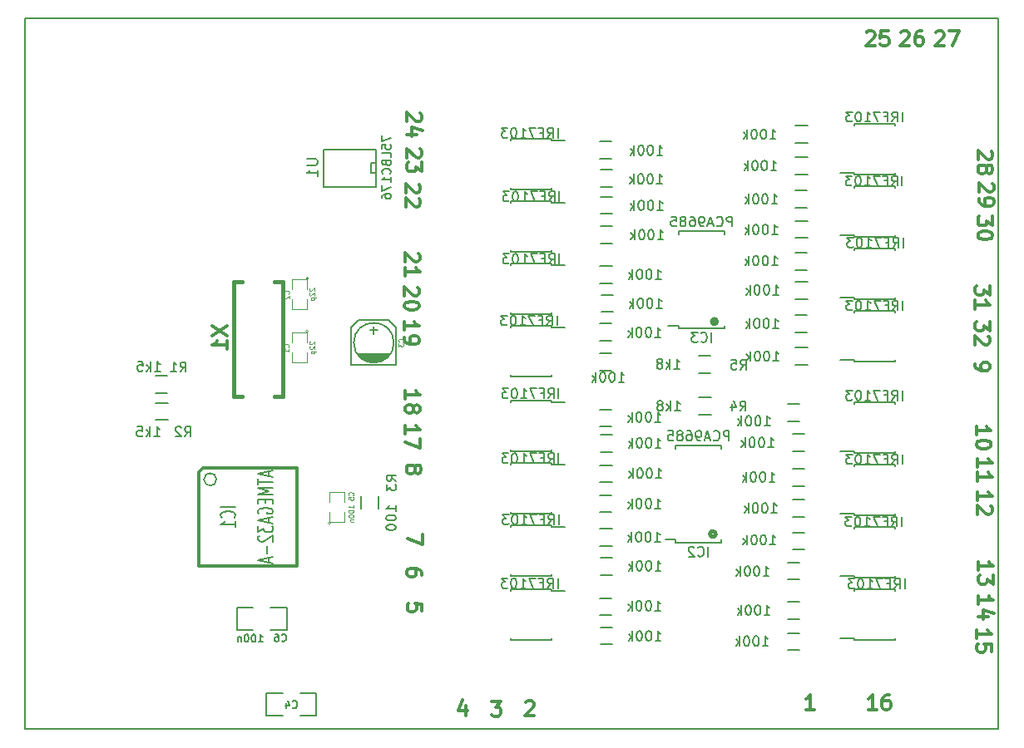
<source format=gbo>
G04 #@! TF.FileFunction,Legend,Bot*
%FSLAX46Y46*%
G04 Gerber Fmt 4.6, Leading zero omitted, Abs format (unit mm)*
G04 Created by KiCad (PCBNEW 4.1.0-alpha+201608211231+7083~46~ubuntu14.04.1-product) date Fri Aug 26 11:20:39 2016*
%MOMM*%
%LPD*%
G01*
G04 APERTURE LIST*
%ADD10C,0.150000*%
%ADD11C,0.300000*%
%ADD12C,0.400000*%
%ADD13C,0.200000*%
%ADD14C,0.099060*%
%ADD15C,0.127000*%
%ADD16C,0.304800*%
%ADD17C,0.203200*%
%ADD18C,0.381000*%
%ADD19C,0.109220*%
%ADD20C,0.119380*%
%ADD21C,0.152400*%
G04 APERTURE END LIST*
D10*
D11*
X111008642Y-25546928D02*
X111080071Y-25475500D01*
X111222928Y-25404071D01*
X111580071Y-25404071D01*
X111722928Y-25475500D01*
X111794357Y-25546928D01*
X111865785Y-25689785D01*
X111865785Y-25832642D01*
X111794357Y-26046928D01*
X110937214Y-26904071D01*
X111865785Y-26904071D01*
X113222928Y-25404071D02*
X112508642Y-25404071D01*
X112437214Y-26118357D01*
X112508642Y-26046928D01*
X112651500Y-25975500D01*
X113008642Y-25975500D01*
X113151500Y-26046928D01*
X113222928Y-26118357D01*
X113294357Y-26261214D01*
X113294357Y-26618357D01*
X113222928Y-26761214D01*
X113151500Y-26832642D01*
X113008642Y-26904071D01*
X112651500Y-26904071D01*
X112508642Y-26832642D01*
X112437214Y-26761214D01*
X114513842Y-25508828D02*
X114585271Y-25437400D01*
X114728128Y-25365971D01*
X115085271Y-25365971D01*
X115228128Y-25437400D01*
X115299557Y-25508828D01*
X115370985Y-25651685D01*
X115370985Y-25794542D01*
X115299557Y-26008828D01*
X114442414Y-26865971D01*
X115370985Y-26865971D01*
X116656700Y-25365971D02*
X116370985Y-25365971D01*
X116228128Y-25437400D01*
X116156700Y-25508828D01*
X116013842Y-25723114D01*
X115942414Y-26008828D01*
X115942414Y-26580257D01*
X116013842Y-26723114D01*
X116085271Y-26794542D01*
X116228128Y-26865971D01*
X116513842Y-26865971D01*
X116656700Y-26794542D01*
X116728128Y-26723114D01*
X116799557Y-26580257D01*
X116799557Y-26223114D01*
X116728128Y-26080257D01*
X116656700Y-26008828D01*
X116513842Y-25937400D01*
X116228128Y-25937400D01*
X116085271Y-26008828D01*
X116013842Y-26080257D01*
X115942414Y-26223114D01*
X118069842Y-25546928D02*
X118141271Y-25475500D01*
X118284128Y-25404071D01*
X118641271Y-25404071D01*
X118784128Y-25475500D01*
X118855557Y-25546928D01*
X118926985Y-25689785D01*
X118926985Y-25832642D01*
X118855557Y-26046928D01*
X117998414Y-26904071D01*
X118926985Y-26904071D01*
X119426985Y-25404071D02*
X120426985Y-25404071D01*
X119784128Y-26904071D01*
X123701271Y-37617542D02*
X123772700Y-37688971D01*
X123844128Y-37831828D01*
X123844128Y-38188971D01*
X123772700Y-38331828D01*
X123701271Y-38403257D01*
X123558414Y-38474685D01*
X123415557Y-38474685D01*
X123201271Y-38403257D01*
X122344128Y-37546114D01*
X122344128Y-38474685D01*
X123201271Y-39331828D02*
X123272700Y-39188971D01*
X123344128Y-39117542D01*
X123486985Y-39046114D01*
X123558414Y-39046114D01*
X123701271Y-39117542D01*
X123772700Y-39188971D01*
X123844128Y-39331828D01*
X123844128Y-39617542D01*
X123772700Y-39760400D01*
X123701271Y-39831828D01*
X123558414Y-39903257D01*
X123486985Y-39903257D01*
X123344128Y-39831828D01*
X123272700Y-39760400D01*
X123201271Y-39617542D01*
X123201271Y-39331828D01*
X123129842Y-39188971D01*
X123058414Y-39117542D01*
X122915557Y-39046114D01*
X122629842Y-39046114D01*
X122486985Y-39117542D01*
X122415557Y-39188971D01*
X122344128Y-39331828D01*
X122344128Y-39617542D01*
X122415557Y-39760400D01*
X122486985Y-39831828D01*
X122629842Y-39903257D01*
X122915557Y-39903257D01*
X123058414Y-39831828D01*
X123129842Y-39760400D01*
X123201271Y-39617542D01*
X123815571Y-40932242D02*
X123887000Y-41003671D01*
X123958428Y-41146528D01*
X123958428Y-41503671D01*
X123887000Y-41646528D01*
X123815571Y-41717957D01*
X123672714Y-41789385D01*
X123529857Y-41789385D01*
X123315571Y-41717957D01*
X122458428Y-40860814D01*
X122458428Y-41789385D01*
X122458428Y-42503671D02*
X122458428Y-42789385D01*
X122529857Y-42932242D01*
X122601285Y-43003671D01*
X122815571Y-43146528D01*
X123101285Y-43217957D01*
X123672714Y-43217957D01*
X123815571Y-43146528D01*
X123887000Y-43075100D01*
X123958428Y-42932242D01*
X123958428Y-42646528D01*
X123887000Y-42503671D01*
X123815571Y-42432242D01*
X123672714Y-42360814D01*
X123315571Y-42360814D01*
X123172714Y-42432242D01*
X123101285Y-42503671D01*
X123029857Y-42646528D01*
X123029857Y-42932242D01*
X123101285Y-43075100D01*
X123172714Y-43146528D01*
X123315571Y-43217957D01*
X123844128Y-44289814D02*
X123844128Y-45218385D01*
X123272700Y-44718385D01*
X123272700Y-44932671D01*
X123201271Y-45075528D01*
X123129842Y-45146957D01*
X122986985Y-45218385D01*
X122629842Y-45218385D01*
X122486985Y-45146957D01*
X122415557Y-45075528D01*
X122344128Y-44932671D01*
X122344128Y-44504100D01*
X122415557Y-44361242D01*
X122486985Y-44289814D01*
X123844128Y-46146957D02*
X123844128Y-46289814D01*
X123772700Y-46432671D01*
X123701271Y-46504100D01*
X123558414Y-46575528D01*
X123272700Y-46646957D01*
X122915557Y-46646957D01*
X122629842Y-46575528D01*
X122486985Y-46504100D01*
X122415557Y-46432671D01*
X122344128Y-46289814D01*
X122344128Y-46146957D01*
X122415557Y-46004100D01*
X122486985Y-45932671D01*
X122629842Y-45861242D01*
X122915557Y-45789814D01*
X123272700Y-45789814D01*
X123558414Y-45861242D01*
X123701271Y-45932671D01*
X123772700Y-46004100D01*
X123844128Y-46146957D01*
X123577428Y-51338314D02*
X123577428Y-52266885D01*
X123006000Y-51766885D01*
X123006000Y-51981171D01*
X122934571Y-52124028D01*
X122863142Y-52195457D01*
X122720285Y-52266885D01*
X122363142Y-52266885D01*
X122220285Y-52195457D01*
X122148857Y-52124028D01*
X122077428Y-51981171D01*
X122077428Y-51552600D01*
X122148857Y-51409742D01*
X122220285Y-51338314D01*
X122077428Y-53695457D02*
X122077428Y-52838314D01*
X122077428Y-53266885D02*
X123577428Y-53266885D01*
X123363142Y-53124028D01*
X123220285Y-52981171D01*
X123148857Y-52838314D01*
X123577428Y-54995914D02*
X123577428Y-55924485D01*
X123006000Y-55424485D01*
X123006000Y-55638771D01*
X122934571Y-55781628D01*
X122863142Y-55853057D01*
X122720285Y-55924485D01*
X122363142Y-55924485D01*
X122220285Y-55853057D01*
X122148857Y-55781628D01*
X122077428Y-55638771D01*
X122077428Y-55210200D01*
X122148857Y-55067342D01*
X122220285Y-54995914D01*
X123434571Y-56495914D02*
X123506000Y-56567342D01*
X123577428Y-56710200D01*
X123577428Y-57067342D01*
X123506000Y-57210200D01*
X123434571Y-57281628D01*
X123291714Y-57353057D01*
X123148857Y-57353057D01*
X122934571Y-57281628D01*
X122077428Y-56424485D01*
X122077428Y-57353057D01*
X122077428Y-59277285D02*
X122077428Y-59563000D01*
X122148857Y-59705857D01*
X122220285Y-59777285D01*
X122434571Y-59920142D01*
X122720285Y-59991571D01*
X123291714Y-59991571D01*
X123434571Y-59920142D01*
X123506000Y-59848714D01*
X123577428Y-59705857D01*
X123577428Y-59420142D01*
X123506000Y-59277285D01*
X123434571Y-59205857D01*
X123291714Y-59134428D01*
X122934571Y-59134428D01*
X122791714Y-59205857D01*
X122720285Y-59277285D01*
X122648857Y-59420142D01*
X122648857Y-59705857D01*
X122720285Y-59848714D01*
X122791714Y-59920142D01*
X122934571Y-59991571D01*
X122191728Y-66516285D02*
X122191728Y-65659142D01*
X122191728Y-66087714D02*
X123691728Y-66087714D01*
X123477442Y-65944857D01*
X123334585Y-65802000D01*
X123263157Y-65659142D01*
X123691728Y-67444857D02*
X123691728Y-67587714D01*
X123620300Y-67730571D01*
X123548871Y-67802000D01*
X123406014Y-67873428D01*
X123120300Y-67944857D01*
X122763157Y-67944857D01*
X122477442Y-67873428D01*
X122334585Y-67802000D01*
X122263157Y-67730571D01*
X122191728Y-67587714D01*
X122191728Y-67444857D01*
X122263157Y-67302000D01*
X122334585Y-67230571D01*
X122477442Y-67159142D01*
X122763157Y-67087714D01*
X123120300Y-67087714D01*
X123406014Y-67159142D01*
X123548871Y-67230571D01*
X123620300Y-67302000D01*
X123691728Y-67444857D01*
X122306028Y-69792885D02*
X122306028Y-68935742D01*
X122306028Y-69364314D02*
X123806028Y-69364314D01*
X123591742Y-69221457D01*
X123448885Y-69078600D01*
X123377457Y-68935742D01*
X122306028Y-71221457D02*
X122306028Y-70364314D01*
X122306028Y-70792885D02*
X123806028Y-70792885D01*
X123591742Y-70650028D01*
X123448885Y-70507171D01*
X123377457Y-70364314D01*
X122306028Y-73183785D02*
X122306028Y-72326642D01*
X122306028Y-72755214D02*
X123806028Y-72755214D01*
X123591742Y-72612357D01*
X123448885Y-72469500D01*
X123377457Y-72326642D01*
X123663171Y-73755214D02*
X123734600Y-73826642D01*
X123806028Y-73969500D01*
X123806028Y-74326642D01*
X123734600Y-74469500D01*
X123663171Y-74540928D01*
X123520314Y-74612357D01*
X123377457Y-74612357D01*
X123163171Y-74540928D01*
X122306028Y-73683785D01*
X122306028Y-74612357D01*
X122382228Y-80308485D02*
X122382228Y-79451342D01*
X122382228Y-79879914D02*
X123882228Y-79879914D01*
X123667942Y-79737057D01*
X123525085Y-79594200D01*
X123453657Y-79451342D01*
X123882228Y-80808485D02*
X123882228Y-81737057D01*
X123310800Y-81237057D01*
X123310800Y-81451342D01*
X123239371Y-81594200D01*
X123167942Y-81665628D01*
X123025085Y-81737057D01*
X122667942Y-81737057D01*
X122525085Y-81665628D01*
X122453657Y-81594200D01*
X122382228Y-81451342D01*
X122382228Y-81022771D01*
X122453657Y-80879914D01*
X122525085Y-80808485D01*
X122382228Y-83813685D02*
X122382228Y-82956542D01*
X122382228Y-83385114D02*
X123882228Y-83385114D01*
X123667942Y-83242257D01*
X123525085Y-83099400D01*
X123453657Y-82956542D01*
X123382228Y-85099400D02*
X122382228Y-85099400D01*
X123953657Y-84742257D02*
X122882228Y-84385114D01*
X122882228Y-85313685D01*
X122229828Y-87242685D02*
X122229828Y-86385542D01*
X122229828Y-86814114D02*
X123729828Y-86814114D01*
X123515542Y-86671257D01*
X123372685Y-86528400D01*
X123301257Y-86385542D01*
X123729828Y-88599828D02*
X123729828Y-87885542D01*
X123015542Y-87814114D01*
X123086971Y-87885542D01*
X123158400Y-88028400D01*
X123158400Y-88385542D01*
X123086971Y-88528400D01*
X123015542Y-88599828D01*
X122872685Y-88671257D01*
X122515542Y-88671257D01*
X122372685Y-88599828D01*
X122301257Y-88528400D01*
X122229828Y-88385542D01*
X122229828Y-88028400D01*
X122301257Y-87885542D01*
X122372685Y-87814114D01*
X112030885Y-94506171D02*
X111173742Y-94506171D01*
X111602314Y-94506171D02*
X111602314Y-93006171D01*
X111459457Y-93220457D01*
X111316600Y-93363314D01*
X111173742Y-93434742D01*
X113316600Y-93006171D02*
X113030885Y-93006171D01*
X112888028Y-93077600D01*
X112816600Y-93149028D01*
X112673742Y-93363314D01*
X112602314Y-93649028D01*
X112602314Y-94220457D01*
X112673742Y-94363314D01*
X112745171Y-94434742D01*
X112888028Y-94506171D01*
X113173742Y-94506171D01*
X113316600Y-94434742D01*
X113388028Y-94363314D01*
X113459457Y-94220457D01*
X113459457Y-93863314D01*
X113388028Y-93720457D01*
X113316600Y-93649028D01*
X113173742Y-93577600D01*
X112888028Y-93577600D01*
X112745171Y-93649028D01*
X112673742Y-93720457D01*
X112602314Y-93863314D01*
X105709371Y-94506171D02*
X104852228Y-94506171D01*
X105280800Y-94506171D02*
X105280800Y-93006171D01*
X105137942Y-93220457D01*
X104995085Y-93363314D01*
X104852228Y-93434742D01*
X76330228Y-93745928D02*
X76401657Y-93674500D01*
X76544514Y-93603071D01*
X76901657Y-93603071D01*
X77044514Y-93674500D01*
X77115942Y-93745928D01*
X77187371Y-93888785D01*
X77187371Y-94031642D01*
X77115942Y-94245928D01*
X76258800Y-95103071D01*
X77187371Y-95103071D01*
X72867900Y-93679271D02*
X73796471Y-93679271D01*
X73296471Y-94250700D01*
X73510757Y-94250700D01*
X73653614Y-94322128D01*
X73725042Y-94393557D01*
X73796471Y-94536414D01*
X73796471Y-94893557D01*
X73725042Y-95036414D01*
X73653614Y-95107842D01*
X73510757Y-95179271D01*
X73082185Y-95179271D01*
X72939328Y-95107842D01*
X72867900Y-95036414D01*
X70224614Y-94103071D02*
X70224614Y-95103071D01*
X69867471Y-93531642D02*
X69510328Y-94603071D01*
X70438900Y-94603071D01*
X65767028Y-84469242D02*
X65767028Y-83754957D01*
X65052742Y-83683528D01*
X65124171Y-83754957D01*
X65195600Y-83897814D01*
X65195600Y-84254957D01*
X65124171Y-84397814D01*
X65052742Y-84469242D01*
X64909885Y-84540671D01*
X64552742Y-84540671D01*
X64409885Y-84469242D01*
X64338457Y-84397814D01*
X64267028Y-84254957D01*
X64267028Y-83897814D01*
X64338457Y-83754957D01*
X64409885Y-83683528D01*
X65754328Y-80841814D02*
X65754328Y-80556100D01*
X65682900Y-80413242D01*
X65611471Y-80341814D01*
X65397185Y-80198957D01*
X65111471Y-80127528D01*
X64540042Y-80127528D01*
X64397185Y-80198957D01*
X64325757Y-80270385D01*
X64254328Y-80413242D01*
X64254328Y-80698957D01*
X64325757Y-80841814D01*
X64397185Y-80913242D01*
X64540042Y-80984671D01*
X64897185Y-80984671D01*
X65040042Y-80913242D01*
X65111471Y-80841814D01*
X65182900Y-80698957D01*
X65182900Y-80413242D01*
X65111471Y-80270385D01*
X65040042Y-80198957D01*
X64897185Y-80127528D01*
X65830528Y-76703300D02*
X65830528Y-77703300D01*
X64330528Y-77060442D01*
X65035271Y-69897642D02*
X65106700Y-69754785D01*
X65178128Y-69683357D01*
X65320985Y-69611928D01*
X65392414Y-69611928D01*
X65535271Y-69683357D01*
X65606700Y-69754785D01*
X65678128Y-69897642D01*
X65678128Y-70183357D01*
X65606700Y-70326214D01*
X65535271Y-70397642D01*
X65392414Y-70469071D01*
X65320985Y-70469071D01*
X65178128Y-70397642D01*
X65106700Y-70326214D01*
X65035271Y-70183357D01*
X65035271Y-69897642D01*
X64963842Y-69754785D01*
X64892414Y-69683357D01*
X64749557Y-69611928D01*
X64463842Y-69611928D01*
X64320985Y-69683357D01*
X64249557Y-69754785D01*
X64178128Y-69897642D01*
X64178128Y-70183357D01*
X64249557Y-70326214D01*
X64320985Y-70397642D01*
X64463842Y-70469071D01*
X64749557Y-70469071D01*
X64892414Y-70397642D01*
X64963842Y-70326214D01*
X65035271Y-70183357D01*
X64063828Y-66401985D02*
X64063828Y-65544842D01*
X64063828Y-65973414D02*
X65563828Y-65973414D01*
X65349542Y-65830557D01*
X65206685Y-65687700D01*
X65135257Y-65544842D01*
X65563828Y-66901985D02*
X65563828Y-67901985D01*
X64063828Y-67259128D01*
X64063828Y-62896785D02*
X64063828Y-62039642D01*
X64063828Y-62468214D02*
X65563828Y-62468214D01*
X65349542Y-62325357D01*
X65206685Y-62182500D01*
X65135257Y-62039642D01*
X64920971Y-63753928D02*
X64992400Y-63611071D01*
X65063828Y-63539642D01*
X65206685Y-63468214D01*
X65278114Y-63468214D01*
X65420971Y-63539642D01*
X65492400Y-63611071D01*
X65563828Y-63753928D01*
X65563828Y-64039642D01*
X65492400Y-64182500D01*
X65420971Y-64253928D01*
X65278114Y-64325357D01*
X65206685Y-64325357D01*
X65063828Y-64253928D01*
X64992400Y-64182500D01*
X64920971Y-64039642D01*
X64920971Y-63753928D01*
X64849542Y-63611071D01*
X64778114Y-63539642D01*
X64635257Y-63468214D01*
X64349542Y-63468214D01*
X64206685Y-63539642D01*
X64135257Y-63611071D01*
X64063828Y-63753928D01*
X64063828Y-64039642D01*
X64135257Y-64182500D01*
X64206685Y-64253928D01*
X64349542Y-64325357D01*
X64635257Y-64325357D01*
X64778114Y-64253928D01*
X64849542Y-64182500D01*
X64920971Y-64039642D01*
X63949528Y-55886385D02*
X63949528Y-55029242D01*
X63949528Y-55457814D02*
X65449528Y-55457814D01*
X65235242Y-55314957D01*
X65092385Y-55172100D01*
X65020957Y-55029242D01*
X63949528Y-56600671D02*
X63949528Y-56886385D01*
X64020957Y-57029242D01*
X64092385Y-57100671D01*
X64306671Y-57243528D01*
X64592385Y-57314957D01*
X65163814Y-57314957D01*
X65306671Y-57243528D01*
X65378100Y-57172100D01*
X65449528Y-57029242D01*
X65449528Y-56743528D01*
X65378100Y-56600671D01*
X65306671Y-56529242D01*
X65163814Y-56457814D01*
X64806671Y-56457814D01*
X64663814Y-56529242D01*
X64592385Y-56600671D01*
X64520957Y-56743528D01*
X64520957Y-57029242D01*
X64592385Y-57172100D01*
X64663814Y-57243528D01*
X64806671Y-57314957D01*
X65344771Y-51524042D02*
X65416200Y-51595471D01*
X65487628Y-51738328D01*
X65487628Y-52095471D01*
X65416200Y-52238328D01*
X65344771Y-52309757D01*
X65201914Y-52381185D01*
X65059057Y-52381185D01*
X64844771Y-52309757D01*
X63987628Y-51452614D01*
X63987628Y-52381185D01*
X65487628Y-53309757D02*
X65487628Y-53452614D01*
X65416200Y-53595471D01*
X65344771Y-53666900D01*
X65201914Y-53738328D01*
X64916200Y-53809757D01*
X64559057Y-53809757D01*
X64273342Y-53738328D01*
X64130485Y-53666900D01*
X64059057Y-53595471D01*
X63987628Y-53452614D01*
X63987628Y-53309757D01*
X64059057Y-53166900D01*
X64130485Y-53095471D01*
X64273342Y-53024042D01*
X64559057Y-52952614D01*
X64916200Y-52952614D01*
X65201914Y-53024042D01*
X65344771Y-53095471D01*
X65416200Y-53166900D01*
X65487628Y-53309757D01*
X65420971Y-48056942D02*
X65492400Y-48128371D01*
X65563828Y-48271228D01*
X65563828Y-48628371D01*
X65492400Y-48771228D01*
X65420971Y-48842657D01*
X65278114Y-48914085D01*
X65135257Y-48914085D01*
X64920971Y-48842657D01*
X64063828Y-47985514D01*
X64063828Y-48914085D01*
X64063828Y-50342657D02*
X64063828Y-49485514D01*
X64063828Y-49914085D02*
X65563828Y-49914085D01*
X65349542Y-49771228D01*
X65206685Y-49628371D01*
X65135257Y-49485514D01*
X65459071Y-41008442D02*
X65530500Y-41079871D01*
X65601928Y-41222728D01*
X65601928Y-41579871D01*
X65530500Y-41722728D01*
X65459071Y-41794157D01*
X65316214Y-41865585D01*
X65173357Y-41865585D01*
X64959071Y-41794157D01*
X64101928Y-40937014D01*
X64101928Y-41865585D01*
X65459071Y-42437014D02*
X65530500Y-42508442D01*
X65601928Y-42651300D01*
X65601928Y-43008442D01*
X65530500Y-43151300D01*
X65459071Y-43222728D01*
X65316214Y-43294157D01*
X65173357Y-43294157D01*
X64959071Y-43222728D01*
X64101928Y-42365585D01*
X64101928Y-43294157D01*
X65611471Y-37427042D02*
X65682900Y-37498471D01*
X65754328Y-37641328D01*
X65754328Y-37998471D01*
X65682900Y-38141328D01*
X65611471Y-38212757D01*
X65468614Y-38284185D01*
X65325757Y-38284185D01*
X65111471Y-38212757D01*
X64254328Y-37355614D01*
X64254328Y-38284185D01*
X65754328Y-38784185D02*
X65754328Y-39712757D01*
X65182900Y-39212757D01*
X65182900Y-39427042D01*
X65111471Y-39569900D01*
X65040042Y-39641328D01*
X64897185Y-39712757D01*
X64540042Y-39712757D01*
X64397185Y-39641328D01*
X64325757Y-39569900D01*
X64254328Y-39427042D01*
X64254328Y-38998471D01*
X64325757Y-38855614D01*
X64397185Y-38784185D01*
X65611471Y-33769442D02*
X65682900Y-33840871D01*
X65754328Y-33983728D01*
X65754328Y-34340871D01*
X65682900Y-34483728D01*
X65611471Y-34555157D01*
X65468614Y-34626585D01*
X65325757Y-34626585D01*
X65111471Y-34555157D01*
X64254328Y-33698014D01*
X64254328Y-34626585D01*
X65254328Y-35912300D02*
X64254328Y-35912300D01*
X65825757Y-35555157D02*
X64754328Y-35198014D01*
X64754328Y-36126585D01*
D12*
X95784558Y-54990000D02*
G75*
G03X95784558Y-54990000I-254558J0D01*
G01*
X95668329Y-76640000D02*
G75*
G03X95668329Y-76640000I-298329J0D01*
G01*
D13*
X124460000Y-24130000D02*
X25400000Y-24130000D01*
X124460000Y-96520000D02*
X124460000Y-24130000D01*
X25400000Y-96520000D02*
X124460000Y-96520000D01*
X25400000Y-24130000D02*
X25400000Y-96520000D01*
D14*
X54199000Y-55974000D02*
G75*
G03X54199000Y-55974000I-127000J0D01*
G01*
X54072000Y-57117000D02*
X54072000Y-56101000D01*
X54072000Y-56101000D02*
X52548000Y-56101000D01*
X52548000Y-56101000D02*
X52548000Y-57117000D01*
X52548000Y-58133000D02*
X52548000Y-59149000D01*
X52548000Y-59149000D02*
X54072000Y-59149000D01*
X54072000Y-59149000D02*
X54072000Y-58133000D01*
X54199000Y-50594000D02*
G75*
G03X54199000Y-50594000I-127000J0D01*
G01*
X54072000Y-51737000D02*
X54072000Y-50721000D01*
X54072000Y-50721000D02*
X52548000Y-50721000D01*
X52548000Y-50721000D02*
X52548000Y-51737000D01*
X52548000Y-52753000D02*
X52548000Y-53769000D01*
X52548000Y-53769000D02*
X54072000Y-53769000D01*
X54072000Y-53769000D02*
X54072000Y-52753000D01*
D15*
X60860000Y-55499000D02*
X60860000Y-56261000D01*
X61241000Y-55880000D02*
X60479000Y-55880000D01*
X58574000Y-55626000D02*
X58574000Y-59436000D01*
X62384000Y-54864000D02*
X59336000Y-54864000D01*
X58574000Y-55626000D02*
X59336000Y-54864000D01*
X63146000Y-55626000D02*
X63146000Y-59436000D01*
X63146000Y-55626000D02*
X62384000Y-54864000D01*
X60733000Y-59182000D02*
X60987000Y-59182000D01*
X61495000Y-59055000D02*
X60225000Y-59055000D01*
X59971000Y-58928000D02*
X61749000Y-58928000D01*
X59717000Y-58801000D02*
X62003000Y-58801000D01*
X62130000Y-58674000D02*
X59590000Y-58674000D01*
X59463000Y-58547000D02*
X62257000Y-58547000D01*
X62384000Y-58420000D02*
X59336000Y-58420000D01*
X62511000Y-58293000D02*
X59209000Y-58293000D01*
X62892000Y-57150000D02*
G75*
G03X62892000Y-57150000I-2032000J0D01*
G01*
X63146000Y-59436000D02*
X58574000Y-59436000D01*
X55010000Y-92887000D02*
X55010000Y-95173000D01*
X55010000Y-95173000D02*
X53359000Y-95173000D01*
X51581000Y-92887000D02*
X49930000Y-92887000D01*
X49930000Y-92887000D02*
X49930000Y-95173000D01*
X49930000Y-95173000D02*
X51581000Y-95173000D01*
X53359000Y-92887000D02*
X55010000Y-92887000D01*
D14*
X56465000Y-75551000D02*
G75*
G03X56465000Y-75551000I-127000J0D01*
G01*
X56338000Y-74408000D02*
X56338000Y-75424000D01*
X56338000Y-75424000D02*
X57862000Y-75424000D01*
X57862000Y-75424000D02*
X57862000Y-74408000D01*
X57862000Y-73392000D02*
X57862000Y-72376000D01*
X57862000Y-72376000D02*
X56338000Y-72376000D01*
X56338000Y-72376000D02*
X56338000Y-73392000D01*
D15*
X52000000Y-84147000D02*
X52000000Y-86433000D01*
X52000000Y-86433000D02*
X50349000Y-86433000D01*
X48571000Y-84147000D02*
X46920000Y-84147000D01*
X46920000Y-84147000D02*
X46920000Y-86433000D01*
X46920000Y-86433000D02*
X48571000Y-86433000D01*
X50349000Y-84147000D02*
X52000000Y-84147000D01*
D16*
X43016200Y-79883800D02*
X53023800Y-79883800D01*
X53023800Y-79883800D02*
X53023800Y-69876200D01*
X43498800Y-69876200D02*
X53023800Y-69876200D01*
X43016200Y-70358800D02*
X43016200Y-79883800D01*
X43498800Y-69876200D02*
X43016200Y-70358800D01*
D17*
X44845000Y-71070000D02*
G75*
G03X44845000Y-71070000I-635000J0D01*
G01*
D10*
X91595000Y-77545000D02*
X91595000Y-77220000D01*
X96245000Y-77545000D02*
X96245000Y-77220000D01*
X96245000Y-67595000D02*
X96245000Y-67920000D01*
X91595000Y-67595000D02*
X91595000Y-67920000D01*
X91595000Y-77545000D02*
X96245000Y-77545000D01*
X91595000Y-67595000D02*
X96245000Y-67595000D01*
X91595000Y-77220000D02*
X90520000Y-77220000D01*
X91915000Y-55715000D02*
X91915000Y-55390000D01*
X96565000Y-55715000D02*
X96565000Y-55390000D01*
X96565000Y-45765000D02*
X96565000Y-46090000D01*
X91915000Y-45765000D02*
X91915000Y-46090000D01*
X91915000Y-55715000D02*
X96565000Y-55715000D01*
X91915000Y-45765000D02*
X96565000Y-45765000D01*
X91915000Y-55390000D02*
X90840000Y-55390000D01*
X38651900Y-62256100D02*
X39851900Y-62256100D01*
X39851900Y-60506100D02*
X38651900Y-60506100D01*
X38681900Y-65026100D02*
X39881900Y-65026100D01*
X39881900Y-63276100D02*
X38681900Y-63276100D01*
X61355000Y-74010000D02*
X61355000Y-72810000D01*
X59605000Y-72810000D02*
X59605000Y-74010000D01*
X95170000Y-62745000D02*
X93970000Y-62745000D01*
X93970000Y-64495000D02*
X95170000Y-64495000D01*
X95120000Y-58495000D02*
X93920000Y-58495000D01*
X93920000Y-60245000D02*
X95120000Y-60245000D01*
X83910000Y-87885000D02*
X85110000Y-87885000D01*
X85110000Y-86135000D02*
X83910000Y-86135000D01*
X83890000Y-84905000D02*
X85090000Y-84905000D01*
X85090000Y-83155000D02*
X83890000Y-83155000D01*
X83910000Y-80835000D02*
X85110000Y-80835000D01*
X85110000Y-79085000D02*
X83910000Y-79085000D01*
X83900000Y-77875000D02*
X85100000Y-77875000D01*
X85100000Y-76125000D02*
X83900000Y-76125000D01*
X83860000Y-74425000D02*
X85060000Y-74425000D01*
X85060000Y-72675000D02*
X83860000Y-72675000D01*
X83900000Y-71375000D02*
X85100000Y-71375000D01*
X85100000Y-69625000D02*
X83900000Y-69625000D01*
X83930000Y-68275000D02*
X85130000Y-68275000D01*
X85130000Y-66525000D02*
X83930000Y-66525000D01*
X83890000Y-65685000D02*
X85090000Y-65685000D01*
X85090000Y-63935000D02*
X83890000Y-63935000D01*
X104200000Y-63425000D02*
X103000000Y-63425000D01*
X103000000Y-65175000D02*
X104200000Y-65175000D01*
X104700000Y-66425000D02*
X103500000Y-66425000D01*
X103500000Y-68175000D02*
X104700000Y-68175000D01*
X104670000Y-70015000D02*
X103470000Y-70015000D01*
X103470000Y-71765000D02*
X104670000Y-71765000D01*
X104700000Y-73125000D02*
X103500000Y-73125000D01*
X103500000Y-74875000D02*
X104700000Y-74875000D01*
X104670000Y-76465000D02*
X103470000Y-76465000D01*
X103470000Y-78215000D02*
X104670000Y-78215000D01*
X104200000Y-79525000D02*
X103000000Y-79525000D01*
X103000000Y-81275000D02*
X104200000Y-81275000D01*
X104200000Y-83525000D02*
X103000000Y-83525000D01*
X103000000Y-85275000D02*
X104200000Y-85275000D01*
X104200000Y-86725000D02*
X103000000Y-86725000D01*
X103000000Y-88475000D02*
X104200000Y-88475000D01*
X83890000Y-60005000D02*
X85090000Y-60005000D01*
X85090000Y-58255000D02*
X83890000Y-58255000D01*
X83880000Y-56955000D02*
X85080000Y-56955000D01*
X85080000Y-55205000D02*
X83880000Y-55205000D01*
X84000000Y-54025000D02*
X85200000Y-54025000D01*
X85200000Y-52275000D02*
X84000000Y-52275000D01*
X83900000Y-51095000D02*
X85100000Y-51095000D01*
X85100000Y-49345000D02*
X83900000Y-49345000D01*
X83960000Y-47035000D02*
X85160000Y-47035000D01*
X85160000Y-45285000D02*
X83960000Y-45285000D01*
X83940000Y-44025000D02*
X85140000Y-44025000D01*
X85140000Y-42275000D02*
X83940000Y-42275000D01*
X83920000Y-41295000D02*
X85120000Y-41295000D01*
X85120000Y-39545000D02*
X83920000Y-39545000D01*
X83870000Y-38395000D02*
X85070000Y-38395000D01*
X85070000Y-36645000D02*
X83870000Y-36645000D01*
X105000000Y-35025000D02*
X103800000Y-35025000D01*
X103800000Y-36775000D02*
X105000000Y-36775000D01*
X105000000Y-38225000D02*
X103800000Y-38225000D01*
X103800000Y-39975000D02*
X105000000Y-39975000D01*
X104970000Y-41645000D02*
X103770000Y-41645000D01*
X103770000Y-43395000D02*
X104970000Y-43395000D01*
X105000000Y-44725000D02*
X103800000Y-44725000D01*
X103800000Y-46475000D02*
X105000000Y-46475000D01*
X104970000Y-47995000D02*
X103770000Y-47995000D01*
X103770000Y-49745000D02*
X104970000Y-49745000D01*
X105000000Y-50925000D02*
X103800000Y-50925000D01*
X103800000Y-52675000D02*
X105000000Y-52675000D01*
X104970000Y-54345000D02*
X103770000Y-54345000D01*
X103770000Y-56095000D02*
X104970000Y-56095000D01*
X105000000Y-57625000D02*
X103800000Y-57625000D01*
X103800000Y-59375000D02*
X105000000Y-59375000D01*
D15*
X61087000Y-41148000D02*
X61087000Y-41275000D01*
X61087000Y-41275000D02*
X55753000Y-41275000D01*
X55753000Y-37465000D02*
X61087000Y-37465000D01*
X61087000Y-37465000D02*
X61087000Y-41148000D01*
X61087000Y-38862000D02*
X60579000Y-38862000D01*
X60579000Y-38862000D02*
X60579000Y-39878000D01*
X60579000Y-39878000D02*
X61087000Y-39878000D01*
X55753000Y-37465000D02*
X55753000Y-41275000D01*
D10*
X78935000Y-82255000D02*
X78935000Y-82400000D01*
X74785000Y-82255000D02*
X74785000Y-82400000D01*
X74785000Y-87405000D02*
X74785000Y-87260000D01*
X78935000Y-87405000D02*
X78935000Y-87260000D01*
X78935000Y-82255000D02*
X74785000Y-82255000D01*
X78935000Y-87405000D02*
X74785000Y-87405000D01*
X78935000Y-82400000D02*
X80335000Y-82400000D01*
X78925000Y-75775000D02*
X78925000Y-75920000D01*
X74775000Y-75775000D02*
X74775000Y-75920000D01*
X74775000Y-80925000D02*
X74775000Y-80780000D01*
X78925000Y-80925000D02*
X78925000Y-80780000D01*
X78925000Y-75775000D02*
X74775000Y-75775000D01*
X78925000Y-80925000D02*
X74775000Y-80925000D01*
X78925000Y-75920000D02*
X80325000Y-75920000D01*
X78925000Y-69425000D02*
X78925000Y-69570000D01*
X74775000Y-69425000D02*
X74775000Y-69570000D01*
X74775000Y-74575000D02*
X74775000Y-74430000D01*
X78925000Y-74575000D02*
X78925000Y-74430000D01*
X78925000Y-69425000D02*
X74775000Y-69425000D01*
X78925000Y-74575000D02*
X74775000Y-74575000D01*
X78925000Y-69570000D02*
X80325000Y-69570000D01*
X78925000Y-63075000D02*
X78925000Y-63220000D01*
X74775000Y-63075000D02*
X74775000Y-63220000D01*
X74775000Y-68225000D02*
X74775000Y-68080000D01*
X78925000Y-68225000D02*
X78925000Y-68080000D01*
X78925000Y-63075000D02*
X74775000Y-63075000D01*
X78925000Y-68225000D02*
X74775000Y-68225000D01*
X78925000Y-63220000D02*
X80325000Y-63220000D01*
X109765000Y-68385000D02*
X109765000Y-68240000D01*
X113915000Y-68385000D02*
X113915000Y-68240000D01*
X113915000Y-63235000D02*
X113915000Y-63380000D01*
X109765000Y-63235000D02*
X109765000Y-63380000D01*
X109765000Y-68385000D02*
X113915000Y-68385000D01*
X109765000Y-63235000D02*
X113915000Y-63235000D01*
X109765000Y-68240000D02*
X108365000Y-68240000D01*
X109765000Y-74735000D02*
X109765000Y-74590000D01*
X113915000Y-74735000D02*
X113915000Y-74590000D01*
X113915000Y-69585000D02*
X113915000Y-69730000D01*
X109765000Y-69585000D02*
X109765000Y-69730000D01*
X109765000Y-74735000D02*
X113915000Y-74735000D01*
X109765000Y-69585000D02*
X113915000Y-69585000D01*
X109765000Y-74590000D02*
X108365000Y-74590000D01*
X109765000Y-81085000D02*
X109765000Y-80940000D01*
X113915000Y-81085000D02*
X113915000Y-80940000D01*
X113915000Y-75935000D02*
X113915000Y-76080000D01*
X109765000Y-75935000D02*
X109765000Y-76080000D01*
X109765000Y-81085000D02*
X113915000Y-81085000D01*
X109765000Y-75935000D02*
X113915000Y-75935000D01*
X109765000Y-80940000D02*
X108365000Y-80940000D01*
X109765000Y-87435000D02*
X109765000Y-87290000D01*
X113915000Y-87435000D02*
X113915000Y-87290000D01*
X113915000Y-82285000D02*
X113915000Y-82430000D01*
X109765000Y-82285000D02*
X109765000Y-82430000D01*
X109765000Y-87435000D02*
X113915000Y-87435000D01*
X109765000Y-82285000D02*
X113915000Y-82285000D01*
X109765000Y-87290000D02*
X108365000Y-87290000D01*
X78925000Y-55455000D02*
X78925000Y-55600000D01*
X74775000Y-55455000D02*
X74775000Y-55600000D01*
X74775000Y-60605000D02*
X74775000Y-60460000D01*
X78925000Y-60605000D02*
X78925000Y-60460000D01*
X78925000Y-55455000D02*
X74775000Y-55455000D01*
X78925000Y-60605000D02*
X74775000Y-60605000D01*
X78925000Y-55600000D02*
X80325000Y-55600000D01*
X78925000Y-49105000D02*
X78925000Y-49250000D01*
X74775000Y-49105000D02*
X74775000Y-49250000D01*
X74775000Y-54255000D02*
X74775000Y-54110000D01*
X78925000Y-54255000D02*
X78925000Y-54110000D01*
X78925000Y-49105000D02*
X74775000Y-49105000D01*
X78925000Y-54255000D02*
X74775000Y-54255000D01*
X78925000Y-49250000D02*
X80325000Y-49250000D01*
X78925000Y-42755000D02*
X78925000Y-42900000D01*
X74775000Y-42755000D02*
X74775000Y-42900000D01*
X74775000Y-47905000D02*
X74775000Y-47760000D01*
X78925000Y-47905000D02*
X78925000Y-47760000D01*
X78925000Y-42755000D02*
X74775000Y-42755000D01*
X78925000Y-47905000D02*
X74775000Y-47905000D01*
X78925000Y-42900000D02*
X80325000Y-42900000D01*
X78925000Y-36405000D02*
X78925000Y-36550000D01*
X74775000Y-36405000D02*
X74775000Y-36550000D01*
X74775000Y-41555000D02*
X74775000Y-41410000D01*
X78925000Y-41555000D02*
X78925000Y-41410000D01*
X78925000Y-36405000D02*
X74775000Y-36405000D01*
X78925000Y-41555000D02*
X74775000Y-41555000D01*
X78925000Y-36550000D02*
X80325000Y-36550000D01*
X109765000Y-40015000D02*
X109765000Y-39870000D01*
X113915000Y-40015000D02*
X113915000Y-39870000D01*
X113915000Y-34865000D02*
X113915000Y-35010000D01*
X109765000Y-34865000D02*
X109765000Y-35010000D01*
X109765000Y-40015000D02*
X113915000Y-40015000D01*
X109765000Y-34865000D02*
X113915000Y-34865000D01*
X109765000Y-39870000D02*
X108365000Y-39870000D01*
X109765000Y-46365000D02*
X109765000Y-46220000D01*
X113915000Y-46365000D02*
X113915000Y-46220000D01*
X113915000Y-41215000D02*
X113915000Y-41360000D01*
X109765000Y-41215000D02*
X109765000Y-41360000D01*
X109765000Y-46365000D02*
X113915000Y-46365000D01*
X109765000Y-41215000D02*
X113915000Y-41215000D01*
X109765000Y-46220000D02*
X108365000Y-46220000D01*
X109765000Y-52715000D02*
X109765000Y-52570000D01*
X113915000Y-52715000D02*
X113915000Y-52570000D01*
X113915000Y-47565000D02*
X113915000Y-47710000D01*
X109765000Y-47565000D02*
X109765000Y-47710000D01*
X109765000Y-52715000D02*
X113915000Y-52715000D01*
X109765000Y-47565000D02*
X113915000Y-47565000D01*
X109765000Y-52570000D02*
X108365000Y-52570000D01*
X109765000Y-59065000D02*
X109765000Y-58920000D01*
X113915000Y-59065000D02*
X113915000Y-58920000D01*
X113915000Y-53915000D02*
X113915000Y-54060000D01*
X109765000Y-53915000D02*
X109765000Y-54060000D01*
X109765000Y-59065000D02*
X113915000Y-59065000D01*
X109765000Y-53915000D02*
X113915000Y-53915000D01*
X109765000Y-58920000D02*
X108365000Y-58920000D01*
D18*
X46575640Y-62624620D02*
X46575640Y-50925380D01*
X51574360Y-50925380D02*
X51574360Y-62624620D01*
X46575640Y-50925380D02*
X47424000Y-50925380D01*
X51574360Y-50925380D02*
X50726000Y-50925380D01*
X46575640Y-62624620D02*
X47424000Y-62624620D01*
X51574360Y-62624620D02*
X50726000Y-62624620D01*
D19*
X52168707Y-57591603D02*
X52192534Y-57567775D01*
X52216362Y-57496292D01*
X52216362Y-57448637D01*
X52192534Y-57377154D01*
X52144879Y-57329499D01*
X52097224Y-57305671D01*
X52001913Y-57281844D01*
X51930430Y-57281844D01*
X51835120Y-57305671D01*
X51787465Y-57329499D01*
X51739810Y-57377154D01*
X51715982Y-57448637D01*
X51715982Y-57496292D01*
X51739810Y-57567775D01*
X51763637Y-57591603D01*
X52216362Y-58068155D02*
X52216362Y-57782224D01*
X52216362Y-57925190D02*
X51715982Y-57925190D01*
X51787465Y-57877534D01*
X51835120Y-57829879D01*
X51858948Y-57782224D01*
X54363637Y-57037395D02*
X54339810Y-57061223D01*
X54315982Y-57108878D01*
X54315982Y-57228016D01*
X54339810Y-57275671D01*
X54363637Y-57299499D01*
X54411292Y-57323327D01*
X54458948Y-57323327D01*
X54530430Y-57299499D01*
X54816362Y-57013568D01*
X54816362Y-57323327D01*
X54363637Y-57513948D02*
X54339810Y-57537775D01*
X54315982Y-57585430D01*
X54315982Y-57704569D01*
X54339810Y-57752224D01*
X54363637Y-57776051D01*
X54411292Y-57799879D01*
X54458948Y-57799879D01*
X54530430Y-57776051D01*
X54816362Y-57490120D01*
X54816362Y-57799879D01*
X54482775Y-58014328D02*
X54983155Y-58014328D01*
X54506603Y-58014328D02*
X54482775Y-58061983D01*
X54482775Y-58157293D01*
X54506603Y-58204949D01*
X54530430Y-58228776D01*
X54578086Y-58252604D01*
X54721051Y-58252604D01*
X54768707Y-58228776D01*
X54792534Y-58204949D01*
X54816362Y-58157293D01*
X54816362Y-58061983D01*
X54792534Y-58014328D01*
X52198707Y-52171603D02*
X52222534Y-52147775D01*
X52246362Y-52076292D01*
X52246362Y-52028637D01*
X52222534Y-51957154D01*
X52174879Y-51909499D01*
X52127224Y-51885671D01*
X52031913Y-51861844D01*
X51960430Y-51861844D01*
X51865120Y-51885671D01*
X51817465Y-51909499D01*
X51769810Y-51957154D01*
X51745982Y-52028637D01*
X51745982Y-52076292D01*
X51769810Y-52147775D01*
X51793637Y-52171603D01*
X51793637Y-52362224D02*
X51769810Y-52386051D01*
X51745982Y-52433707D01*
X51745982Y-52552845D01*
X51769810Y-52600500D01*
X51793637Y-52624328D01*
X51841292Y-52648155D01*
X51888948Y-52648155D01*
X51960430Y-52624328D01*
X52246362Y-52338396D01*
X52246362Y-52648155D01*
X54333637Y-51587395D02*
X54309810Y-51611223D01*
X54285982Y-51658878D01*
X54285982Y-51778016D01*
X54309810Y-51825671D01*
X54333637Y-51849499D01*
X54381292Y-51873327D01*
X54428948Y-51873327D01*
X54500430Y-51849499D01*
X54786362Y-51563568D01*
X54786362Y-51873327D01*
X54333637Y-52063948D02*
X54309810Y-52087775D01*
X54285982Y-52135430D01*
X54285982Y-52254569D01*
X54309810Y-52302224D01*
X54333637Y-52326051D01*
X54381292Y-52349879D01*
X54428948Y-52349879D01*
X54500430Y-52326051D01*
X54786362Y-52040120D01*
X54786362Y-52349879D01*
X54452775Y-52564328D02*
X54953155Y-52564328D01*
X54476603Y-52564328D02*
X54452775Y-52611983D01*
X54452775Y-52707293D01*
X54476603Y-52754949D01*
X54500430Y-52778776D01*
X54548086Y-52802604D01*
X54691051Y-52802604D01*
X54738707Y-52778776D01*
X54762534Y-52754949D01*
X54786362Y-52707293D01*
X54786362Y-52611983D01*
X54762534Y-52564328D01*
D20*
X63832707Y-57066603D02*
X63856534Y-57042775D01*
X63880362Y-56971292D01*
X63880362Y-56923637D01*
X63856534Y-56852154D01*
X63808879Y-56804499D01*
X63761224Y-56780671D01*
X63665913Y-56756844D01*
X63594430Y-56756844D01*
X63499120Y-56780671D01*
X63451465Y-56804499D01*
X63403810Y-56852154D01*
X63379982Y-56923637D01*
X63379982Y-56971292D01*
X63403810Y-57042775D01*
X63427637Y-57066603D01*
X63379982Y-57233396D02*
X63379982Y-57543155D01*
X63570603Y-57376362D01*
X63570603Y-57447845D01*
X63594430Y-57495500D01*
X63618258Y-57519328D01*
X63665913Y-57543155D01*
X63785051Y-57543155D01*
X63832707Y-57519328D01*
X63856534Y-57495500D01*
X63880362Y-57447845D01*
X63880362Y-57304879D01*
X63856534Y-57257224D01*
X63832707Y-57233396D01*
D15*
X52597000Y-94302142D02*
X52633285Y-94338428D01*
X52742142Y-94374714D01*
X52814714Y-94374714D01*
X52923571Y-94338428D01*
X52996142Y-94265857D01*
X53032428Y-94193285D01*
X53068714Y-94048142D01*
X53068714Y-93939285D01*
X53032428Y-93794142D01*
X52996142Y-93721571D01*
X52923571Y-93649000D01*
X52814714Y-93612714D01*
X52742142Y-93612714D01*
X52633285Y-93649000D01*
X52597000Y-93685285D01*
X51943857Y-93866714D02*
X51943857Y-94374714D01*
X52125285Y-93576428D02*
X52306714Y-94120714D01*
X51835000Y-94120714D01*
D19*
X58738707Y-72686603D02*
X58762534Y-72662775D01*
X58786362Y-72591292D01*
X58786362Y-72543637D01*
X58762534Y-72472154D01*
X58714879Y-72424499D01*
X58667224Y-72400671D01*
X58571913Y-72376844D01*
X58500430Y-72376844D01*
X58405120Y-72400671D01*
X58357465Y-72424499D01*
X58309810Y-72472154D01*
X58285982Y-72543637D01*
X58285982Y-72591292D01*
X58309810Y-72662775D01*
X58333637Y-72686603D01*
X58285982Y-73139328D02*
X58285982Y-72901051D01*
X58524258Y-72877224D01*
X58500430Y-72901051D01*
X58476603Y-72948707D01*
X58476603Y-73067845D01*
X58500430Y-73115500D01*
X58524258Y-73139328D01*
X58571913Y-73163155D01*
X58691051Y-73163155D01*
X58738707Y-73139328D01*
X58762534Y-73115500D01*
X58786362Y-73067845D01*
X58786362Y-72948707D01*
X58762534Y-72901051D01*
X58738707Y-72877224D01*
X58786362Y-74000050D02*
X58786362Y-73714119D01*
X58786362Y-73857085D02*
X58285982Y-73857085D01*
X58357465Y-73809430D01*
X58405120Y-73761774D01*
X58428948Y-73714119D01*
X58285982Y-74309810D02*
X58285982Y-74357465D01*
X58309810Y-74405120D01*
X58333637Y-74428948D01*
X58381292Y-74452775D01*
X58476603Y-74476603D01*
X58595741Y-74476603D01*
X58691051Y-74452775D01*
X58738707Y-74428948D01*
X58762534Y-74405120D01*
X58786362Y-74357465D01*
X58786362Y-74309810D01*
X58762534Y-74262154D01*
X58738707Y-74238327D01*
X58691051Y-74214499D01*
X58595741Y-74190671D01*
X58476603Y-74190671D01*
X58381292Y-74214499D01*
X58333637Y-74238327D01*
X58309810Y-74262154D01*
X58285982Y-74309810D01*
X58285982Y-74786362D02*
X58285982Y-74834017D01*
X58309810Y-74881672D01*
X58333637Y-74905500D01*
X58381292Y-74929328D01*
X58476603Y-74953155D01*
X58595741Y-74953155D01*
X58691051Y-74929328D01*
X58738707Y-74905500D01*
X58762534Y-74881672D01*
X58786362Y-74834017D01*
X58786362Y-74786362D01*
X58762534Y-74738707D01*
X58738707Y-74714879D01*
X58691051Y-74691051D01*
X58595741Y-74667224D01*
X58476603Y-74667224D01*
X58381292Y-74691051D01*
X58333637Y-74714879D01*
X58309810Y-74738707D01*
X58285982Y-74786362D01*
X58452775Y-75167604D02*
X58786362Y-75167604D01*
X58500430Y-75167604D02*
X58476603Y-75191431D01*
X58452775Y-75239087D01*
X58452775Y-75310570D01*
X58476603Y-75358225D01*
X58524258Y-75382052D01*
X58786362Y-75382052D01*
D15*
X51483600Y-87495742D02*
X51519885Y-87532028D01*
X51628742Y-87568314D01*
X51701314Y-87568314D01*
X51810171Y-87532028D01*
X51882742Y-87459457D01*
X51919028Y-87386885D01*
X51955314Y-87241742D01*
X51955314Y-87132885D01*
X51919028Y-86987742D01*
X51882742Y-86915171D01*
X51810171Y-86842600D01*
X51701314Y-86806314D01*
X51628742Y-86806314D01*
X51519885Y-86842600D01*
X51483600Y-86878885D01*
X50830457Y-86806314D02*
X50975600Y-86806314D01*
X51048171Y-86842600D01*
X51084457Y-86878885D01*
X51157028Y-86987742D01*
X51193314Y-87132885D01*
X51193314Y-87423171D01*
X51157028Y-87495742D01*
X51120742Y-87532028D01*
X51048171Y-87568314D01*
X50903028Y-87568314D01*
X50830457Y-87532028D01*
X50794171Y-87495742D01*
X50757885Y-87423171D01*
X50757885Y-87241742D01*
X50794171Y-87169171D01*
X50830457Y-87132885D01*
X50903028Y-87096600D01*
X51048171Y-87096600D01*
X51120742Y-87132885D01*
X51157028Y-87169171D01*
X51193314Y-87241742D01*
X49135914Y-87631814D02*
X49571342Y-87631814D01*
X49353628Y-87631814D02*
X49353628Y-86869814D01*
X49426200Y-86978671D01*
X49498771Y-87051242D01*
X49571342Y-87087528D01*
X48664200Y-86869814D02*
X48591628Y-86869814D01*
X48519057Y-86906100D01*
X48482771Y-86942385D01*
X48446485Y-87014957D01*
X48410200Y-87160100D01*
X48410200Y-87341528D01*
X48446485Y-87486671D01*
X48482771Y-87559242D01*
X48519057Y-87595528D01*
X48591628Y-87631814D01*
X48664200Y-87631814D01*
X48736771Y-87595528D01*
X48773057Y-87559242D01*
X48809342Y-87486671D01*
X48845628Y-87341528D01*
X48845628Y-87160100D01*
X48809342Y-87014957D01*
X48773057Y-86942385D01*
X48736771Y-86906100D01*
X48664200Y-86869814D01*
X47938485Y-86869814D02*
X47865914Y-86869814D01*
X47793342Y-86906100D01*
X47757057Y-86942385D01*
X47720771Y-87014957D01*
X47684485Y-87160100D01*
X47684485Y-87341528D01*
X47720771Y-87486671D01*
X47757057Y-87559242D01*
X47793342Y-87595528D01*
X47865914Y-87631814D01*
X47938485Y-87631814D01*
X48011057Y-87595528D01*
X48047342Y-87559242D01*
X48083628Y-87486671D01*
X48119914Y-87341528D01*
X48119914Y-87160100D01*
X48083628Y-87014957D01*
X48047342Y-86942385D01*
X48011057Y-86906100D01*
X47938485Y-86869814D01*
X47357914Y-87123814D02*
X47357914Y-87631814D01*
X47357914Y-87196385D02*
X47321628Y-87160100D01*
X47249057Y-87123814D01*
X47140200Y-87123814D01*
X47067628Y-87160100D01*
X47031342Y-87232671D01*
X47031342Y-87631814D01*
D17*
X46804428Y-73888190D02*
X45280428Y-73888190D01*
X46659285Y-74952571D02*
X46731857Y-74904190D01*
X46804428Y-74759047D01*
X46804428Y-74662285D01*
X46731857Y-74517142D01*
X46586714Y-74420380D01*
X46441571Y-74372000D01*
X46151285Y-74323619D01*
X45933571Y-74323619D01*
X45643285Y-74372000D01*
X45498142Y-74420380D01*
X45353000Y-74517142D01*
X45280428Y-74662285D01*
X45280428Y-74759047D01*
X45353000Y-74904190D01*
X45425571Y-74952571D01*
X46804428Y-75920190D02*
X46804428Y-75339619D01*
X46804428Y-75629904D02*
X45280428Y-75629904D01*
X45498142Y-75533142D01*
X45643285Y-75436380D01*
X45715857Y-75339619D01*
X50179000Y-70235428D02*
X50179000Y-70719238D01*
X50614428Y-70138666D02*
X49090428Y-70477333D01*
X50614428Y-70816000D01*
X49090428Y-71009523D02*
X49090428Y-71590095D01*
X50614428Y-71299809D02*
X49090428Y-71299809D01*
X50614428Y-71928761D02*
X49090428Y-71928761D01*
X50179000Y-72267428D01*
X49090428Y-72606095D01*
X50614428Y-72606095D01*
X49816142Y-73089904D02*
X49816142Y-73428571D01*
X50614428Y-73573714D02*
X50614428Y-73089904D01*
X49090428Y-73089904D01*
X49090428Y-73573714D01*
X49163000Y-74541333D02*
X49090428Y-74444571D01*
X49090428Y-74299428D01*
X49163000Y-74154285D01*
X49308142Y-74057523D01*
X49453285Y-74009142D01*
X49743571Y-73960761D01*
X49961285Y-73960761D01*
X50251571Y-74009142D01*
X50396714Y-74057523D01*
X50541857Y-74154285D01*
X50614428Y-74299428D01*
X50614428Y-74396190D01*
X50541857Y-74541333D01*
X50469285Y-74589714D01*
X49961285Y-74589714D01*
X49961285Y-74396190D01*
X50179000Y-74976761D02*
X50179000Y-75460571D01*
X50614428Y-74880000D02*
X49090428Y-75218666D01*
X50614428Y-75557333D01*
X49090428Y-75799238D02*
X49090428Y-76428190D01*
X49671000Y-76089523D01*
X49671000Y-76234666D01*
X49743571Y-76331428D01*
X49816142Y-76379809D01*
X49961285Y-76428190D01*
X50324142Y-76428190D01*
X50469285Y-76379809D01*
X50541857Y-76331428D01*
X50614428Y-76234666D01*
X50614428Y-75944380D01*
X50541857Y-75847619D01*
X50469285Y-75799238D01*
X49235571Y-76815238D02*
X49163000Y-76863619D01*
X49090428Y-76960380D01*
X49090428Y-77202285D01*
X49163000Y-77299047D01*
X49235571Y-77347428D01*
X49380714Y-77395809D01*
X49525857Y-77395809D01*
X49743571Y-77347428D01*
X50614428Y-76766857D01*
X50614428Y-77395809D01*
X50033857Y-77831238D02*
X50033857Y-78605333D01*
X50179000Y-79040761D02*
X50179000Y-79524571D01*
X50614428Y-78944000D02*
X49090428Y-79282666D01*
X50614428Y-79621333D01*
D10*
X94896190Y-78922380D02*
X94896190Y-77922380D01*
X93848571Y-78827142D02*
X93896190Y-78874761D01*
X94039047Y-78922380D01*
X94134285Y-78922380D01*
X94277142Y-78874761D01*
X94372380Y-78779523D01*
X94420000Y-78684285D01*
X94467619Y-78493809D01*
X94467619Y-78350952D01*
X94420000Y-78160476D01*
X94372380Y-78065238D01*
X94277142Y-77970000D01*
X94134285Y-77922380D01*
X94039047Y-77922380D01*
X93896190Y-77970000D01*
X93848571Y-78017619D01*
X93467619Y-78017619D02*
X93420000Y-77970000D01*
X93324761Y-77922380D01*
X93086666Y-77922380D01*
X92991428Y-77970000D01*
X92943809Y-78017619D01*
X92896190Y-78112857D01*
X92896190Y-78208095D01*
X92943809Y-78350952D01*
X93515238Y-78922380D01*
X92896190Y-78922380D01*
X97015238Y-67122380D02*
X97015238Y-66122380D01*
X96634285Y-66122380D01*
X96539047Y-66170000D01*
X96491428Y-66217619D01*
X96443809Y-66312857D01*
X96443809Y-66455714D01*
X96491428Y-66550952D01*
X96539047Y-66598571D01*
X96634285Y-66646190D01*
X97015238Y-66646190D01*
X95443809Y-67027142D02*
X95491428Y-67074761D01*
X95634285Y-67122380D01*
X95729523Y-67122380D01*
X95872380Y-67074761D01*
X95967619Y-66979523D01*
X96015238Y-66884285D01*
X96062857Y-66693809D01*
X96062857Y-66550952D01*
X96015238Y-66360476D01*
X95967619Y-66265238D01*
X95872380Y-66170000D01*
X95729523Y-66122380D01*
X95634285Y-66122380D01*
X95491428Y-66170000D01*
X95443809Y-66217619D01*
X95062857Y-66836666D02*
X94586666Y-66836666D01*
X95158095Y-67122380D02*
X94824761Y-66122380D01*
X94491428Y-67122380D01*
X94110476Y-67122380D02*
X93920000Y-67122380D01*
X93824761Y-67074761D01*
X93777142Y-67027142D01*
X93681904Y-66884285D01*
X93634285Y-66693809D01*
X93634285Y-66312857D01*
X93681904Y-66217619D01*
X93729523Y-66170000D01*
X93824761Y-66122380D01*
X94015238Y-66122380D01*
X94110476Y-66170000D01*
X94158095Y-66217619D01*
X94205714Y-66312857D01*
X94205714Y-66550952D01*
X94158095Y-66646190D01*
X94110476Y-66693809D01*
X94015238Y-66741428D01*
X93824761Y-66741428D01*
X93729523Y-66693809D01*
X93681904Y-66646190D01*
X93634285Y-66550952D01*
X92777142Y-66122380D02*
X92967619Y-66122380D01*
X93062857Y-66170000D01*
X93110476Y-66217619D01*
X93205714Y-66360476D01*
X93253333Y-66550952D01*
X93253333Y-66931904D01*
X93205714Y-67027142D01*
X93158095Y-67074761D01*
X93062857Y-67122380D01*
X92872380Y-67122380D01*
X92777142Y-67074761D01*
X92729523Y-67027142D01*
X92681904Y-66931904D01*
X92681904Y-66693809D01*
X92729523Y-66598571D01*
X92777142Y-66550952D01*
X92872380Y-66503333D01*
X93062857Y-66503333D01*
X93158095Y-66550952D01*
X93205714Y-66598571D01*
X93253333Y-66693809D01*
X92110476Y-66550952D02*
X92205714Y-66503333D01*
X92253333Y-66455714D01*
X92300952Y-66360476D01*
X92300952Y-66312857D01*
X92253333Y-66217619D01*
X92205714Y-66170000D01*
X92110476Y-66122380D01*
X91920000Y-66122380D01*
X91824761Y-66170000D01*
X91777142Y-66217619D01*
X91729523Y-66312857D01*
X91729523Y-66360476D01*
X91777142Y-66455714D01*
X91824761Y-66503333D01*
X91920000Y-66550952D01*
X92110476Y-66550952D01*
X92205714Y-66598571D01*
X92253333Y-66646190D01*
X92300952Y-66741428D01*
X92300952Y-66931904D01*
X92253333Y-67027142D01*
X92205714Y-67074761D01*
X92110476Y-67122380D01*
X91920000Y-67122380D01*
X91824761Y-67074761D01*
X91777142Y-67027142D01*
X91729523Y-66931904D01*
X91729523Y-66741428D01*
X91777142Y-66646190D01*
X91824761Y-66598571D01*
X91920000Y-66550952D01*
X90824761Y-66122380D02*
X91300952Y-66122380D01*
X91348571Y-66598571D01*
X91300952Y-66550952D01*
X91205714Y-66503333D01*
X90967619Y-66503333D01*
X90872380Y-66550952D01*
X90824761Y-66598571D01*
X90777142Y-66693809D01*
X90777142Y-66931904D01*
X90824761Y-67027142D01*
X90872380Y-67074761D01*
X90967619Y-67122380D01*
X91205714Y-67122380D01*
X91300952Y-67074761D01*
X91348571Y-67027142D01*
X95216190Y-57092380D02*
X95216190Y-56092380D01*
X94168571Y-56997142D02*
X94216190Y-57044761D01*
X94359047Y-57092380D01*
X94454285Y-57092380D01*
X94597142Y-57044761D01*
X94692380Y-56949523D01*
X94740000Y-56854285D01*
X94787619Y-56663809D01*
X94787619Y-56520952D01*
X94740000Y-56330476D01*
X94692380Y-56235238D01*
X94597142Y-56140000D01*
X94454285Y-56092380D01*
X94359047Y-56092380D01*
X94216190Y-56140000D01*
X94168571Y-56187619D01*
X93835238Y-56092380D02*
X93216190Y-56092380D01*
X93549523Y-56473333D01*
X93406666Y-56473333D01*
X93311428Y-56520952D01*
X93263809Y-56568571D01*
X93216190Y-56663809D01*
X93216190Y-56901904D01*
X93263809Y-56997142D01*
X93311428Y-57044761D01*
X93406666Y-57092380D01*
X93692380Y-57092380D01*
X93787619Y-57044761D01*
X93835238Y-56997142D01*
X97335238Y-45292380D02*
X97335238Y-44292380D01*
X96954285Y-44292380D01*
X96859047Y-44340000D01*
X96811428Y-44387619D01*
X96763809Y-44482857D01*
X96763809Y-44625714D01*
X96811428Y-44720952D01*
X96859047Y-44768571D01*
X96954285Y-44816190D01*
X97335238Y-44816190D01*
X95763809Y-45197142D02*
X95811428Y-45244761D01*
X95954285Y-45292380D01*
X96049523Y-45292380D01*
X96192380Y-45244761D01*
X96287619Y-45149523D01*
X96335238Y-45054285D01*
X96382857Y-44863809D01*
X96382857Y-44720952D01*
X96335238Y-44530476D01*
X96287619Y-44435238D01*
X96192380Y-44340000D01*
X96049523Y-44292380D01*
X95954285Y-44292380D01*
X95811428Y-44340000D01*
X95763809Y-44387619D01*
X95382857Y-45006666D02*
X94906666Y-45006666D01*
X95478095Y-45292380D02*
X95144761Y-44292380D01*
X94811428Y-45292380D01*
X94430476Y-45292380D02*
X94240000Y-45292380D01*
X94144761Y-45244761D01*
X94097142Y-45197142D01*
X94001904Y-45054285D01*
X93954285Y-44863809D01*
X93954285Y-44482857D01*
X94001904Y-44387619D01*
X94049523Y-44340000D01*
X94144761Y-44292380D01*
X94335238Y-44292380D01*
X94430476Y-44340000D01*
X94478095Y-44387619D01*
X94525714Y-44482857D01*
X94525714Y-44720952D01*
X94478095Y-44816190D01*
X94430476Y-44863809D01*
X94335238Y-44911428D01*
X94144761Y-44911428D01*
X94049523Y-44863809D01*
X94001904Y-44816190D01*
X93954285Y-44720952D01*
X93097142Y-44292380D02*
X93287619Y-44292380D01*
X93382857Y-44340000D01*
X93430476Y-44387619D01*
X93525714Y-44530476D01*
X93573333Y-44720952D01*
X93573333Y-45101904D01*
X93525714Y-45197142D01*
X93478095Y-45244761D01*
X93382857Y-45292380D01*
X93192380Y-45292380D01*
X93097142Y-45244761D01*
X93049523Y-45197142D01*
X93001904Y-45101904D01*
X93001904Y-44863809D01*
X93049523Y-44768571D01*
X93097142Y-44720952D01*
X93192380Y-44673333D01*
X93382857Y-44673333D01*
X93478095Y-44720952D01*
X93525714Y-44768571D01*
X93573333Y-44863809D01*
X92430476Y-44720952D02*
X92525714Y-44673333D01*
X92573333Y-44625714D01*
X92620952Y-44530476D01*
X92620952Y-44482857D01*
X92573333Y-44387619D01*
X92525714Y-44340000D01*
X92430476Y-44292380D01*
X92240000Y-44292380D01*
X92144761Y-44340000D01*
X92097142Y-44387619D01*
X92049523Y-44482857D01*
X92049523Y-44530476D01*
X92097142Y-44625714D01*
X92144761Y-44673333D01*
X92240000Y-44720952D01*
X92430476Y-44720952D01*
X92525714Y-44768571D01*
X92573333Y-44816190D01*
X92620952Y-44911428D01*
X92620952Y-45101904D01*
X92573333Y-45197142D01*
X92525714Y-45244761D01*
X92430476Y-45292380D01*
X92240000Y-45292380D01*
X92144761Y-45244761D01*
X92097142Y-45197142D01*
X92049523Y-45101904D01*
X92049523Y-44911428D01*
X92097142Y-44816190D01*
X92144761Y-44768571D01*
X92240000Y-44720952D01*
X91144761Y-44292380D02*
X91620952Y-44292380D01*
X91668571Y-44768571D01*
X91620952Y-44720952D01*
X91525714Y-44673333D01*
X91287619Y-44673333D01*
X91192380Y-44720952D01*
X91144761Y-44768571D01*
X91097142Y-44863809D01*
X91097142Y-45101904D01*
X91144761Y-45197142D01*
X91192380Y-45244761D01*
X91287619Y-45292380D01*
X91525714Y-45292380D01*
X91620952Y-45244761D01*
X91668571Y-45197142D01*
X41158566Y-60113480D02*
X41491900Y-59637290D01*
X41729995Y-60113480D02*
X41729995Y-59113480D01*
X41349042Y-59113480D01*
X41253804Y-59161100D01*
X41206185Y-59208719D01*
X41158566Y-59303957D01*
X41158566Y-59446814D01*
X41206185Y-59542052D01*
X41253804Y-59589671D01*
X41349042Y-59637290D01*
X41729995Y-59637290D01*
X40206185Y-60113480D02*
X40777614Y-60113480D01*
X40491900Y-60113480D02*
X40491900Y-59113480D01*
X40587138Y-59256338D01*
X40682376Y-59351576D01*
X40777614Y-59399195D01*
X38547138Y-60043480D02*
X39118566Y-60043480D01*
X38832852Y-60043480D02*
X38832852Y-59043480D01*
X38928090Y-59186338D01*
X39023328Y-59281576D01*
X39118566Y-59329195D01*
X38118566Y-60043480D02*
X38118566Y-59043480D01*
X38023328Y-59662528D02*
X37737614Y-60043480D01*
X37737614Y-59376814D02*
X38118566Y-59757766D01*
X36832852Y-59043480D02*
X37309042Y-59043480D01*
X37356661Y-59519671D01*
X37309042Y-59472052D01*
X37213804Y-59424433D01*
X36975709Y-59424433D01*
X36880471Y-59472052D01*
X36832852Y-59519671D01*
X36785233Y-59614909D01*
X36785233Y-59853004D01*
X36832852Y-59948242D01*
X36880471Y-59995861D01*
X36975709Y-60043480D01*
X37213804Y-60043480D01*
X37309042Y-59995861D01*
X37356661Y-59948242D01*
X41618566Y-66703480D02*
X41951900Y-66227290D01*
X42189995Y-66703480D02*
X42189995Y-65703480D01*
X41809042Y-65703480D01*
X41713804Y-65751100D01*
X41666185Y-65798719D01*
X41618566Y-65893957D01*
X41618566Y-66036814D01*
X41666185Y-66132052D01*
X41713804Y-66179671D01*
X41809042Y-66227290D01*
X42189995Y-66227290D01*
X41237614Y-65798719D02*
X41189995Y-65751100D01*
X41094757Y-65703480D01*
X40856661Y-65703480D01*
X40761423Y-65751100D01*
X40713804Y-65798719D01*
X40666185Y-65893957D01*
X40666185Y-65989195D01*
X40713804Y-66132052D01*
X41285233Y-66703480D01*
X40666185Y-66703480D01*
X38507138Y-66703480D02*
X39078566Y-66703480D01*
X38792852Y-66703480D02*
X38792852Y-65703480D01*
X38888090Y-65846338D01*
X38983328Y-65941576D01*
X39078566Y-65989195D01*
X38078566Y-66703480D02*
X38078566Y-65703480D01*
X37983328Y-66322528D02*
X37697614Y-66703480D01*
X37697614Y-66036814D02*
X38078566Y-66417766D01*
X36792852Y-65703480D02*
X37269042Y-65703480D01*
X37316661Y-66179671D01*
X37269042Y-66132052D01*
X37173804Y-66084433D01*
X36935709Y-66084433D01*
X36840471Y-66132052D01*
X36792852Y-66179671D01*
X36745233Y-66274909D01*
X36745233Y-66513004D01*
X36792852Y-66608242D01*
X36840471Y-66655861D01*
X36935709Y-66703480D01*
X37173804Y-66703480D01*
X37269042Y-66655861D01*
X37316661Y-66608242D01*
X63152380Y-71223333D02*
X62676190Y-70890000D01*
X63152380Y-70651904D02*
X62152380Y-70651904D01*
X62152380Y-71032857D01*
X62200000Y-71128095D01*
X62247619Y-71175714D01*
X62342857Y-71223333D01*
X62485714Y-71223333D01*
X62580952Y-71175714D01*
X62628571Y-71128095D01*
X62676190Y-71032857D01*
X62676190Y-70651904D01*
X62152380Y-71556666D02*
X62152380Y-72175714D01*
X62533333Y-71842380D01*
X62533333Y-71985238D01*
X62580952Y-72080476D01*
X62628571Y-72128095D01*
X62723809Y-72175714D01*
X62961904Y-72175714D01*
X63057142Y-72128095D01*
X63104761Y-72080476D01*
X63152380Y-71985238D01*
X63152380Y-71699523D01*
X63104761Y-71604285D01*
X63057142Y-71556666D01*
X63122380Y-74323333D02*
X63122380Y-73751904D01*
X63122380Y-74037619D02*
X62122380Y-74037619D01*
X62265238Y-73942380D01*
X62360476Y-73847142D01*
X62408095Y-73751904D01*
X62122380Y-74942380D02*
X62122380Y-75037619D01*
X62170000Y-75132857D01*
X62217619Y-75180476D01*
X62312857Y-75228095D01*
X62503333Y-75275714D01*
X62741428Y-75275714D01*
X62931904Y-75228095D01*
X63027142Y-75180476D01*
X63074761Y-75132857D01*
X63122380Y-75037619D01*
X63122380Y-74942380D01*
X63074761Y-74847142D01*
X63027142Y-74799523D01*
X62931904Y-74751904D01*
X62741428Y-74704285D01*
X62503333Y-74704285D01*
X62312857Y-74751904D01*
X62217619Y-74799523D01*
X62170000Y-74847142D01*
X62122380Y-74942380D01*
X62122380Y-75894761D02*
X62122380Y-75990000D01*
X62170000Y-76085238D01*
X62217619Y-76132857D01*
X62312857Y-76180476D01*
X62503333Y-76228095D01*
X62741428Y-76228095D01*
X62931904Y-76180476D01*
X63027142Y-76132857D01*
X63074761Y-76085238D01*
X63122380Y-75990000D01*
X63122380Y-75894761D01*
X63074761Y-75799523D01*
X63027142Y-75751904D01*
X62931904Y-75704285D01*
X62741428Y-75656666D01*
X62503333Y-75656666D01*
X62312857Y-75704285D01*
X62217619Y-75751904D01*
X62170000Y-75799523D01*
X62122380Y-75894761D01*
X98146666Y-64092380D02*
X98480000Y-63616190D01*
X98718095Y-64092380D02*
X98718095Y-63092380D01*
X98337142Y-63092380D01*
X98241904Y-63140000D01*
X98194285Y-63187619D01*
X98146666Y-63282857D01*
X98146666Y-63425714D01*
X98194285Y-63520952D01*
X98241904Y-63568571D01*
X98337142Y-63616190D01*
X98718095Y-63616190D01*
X97289523Y-63425714D02*
X97289523Y-64092380D01*
X97527619Y-63044761D02*
X97765714Y-63759047D01*
X97146666Y-63759047D01*
X91465238Y-64072380D02*
X92036666Y-64072380D01*
X91750952Y-64072380D02*
X91750952Y-63072380D01*
X91846190Y-63215238D01*
X91941428Y-63310476D01*
X92036666Y-63358095D01*
X91036666Y-64072380D02*
X91036666Y-63072380D01*
X90941428Y-63691428D02*
X90655714Y-64072380D01*
X90655714Y-63405714D02*
X91036666Y-63786666D01*
X90084285Y-63500952D02*
X90179523Y-63453333D01*
X90227142Y-63405714D01*
X90274761Y-63310476D01*
X90274761Y-63262857D01*
X90227142Y-63167619D01*
X90179523Y-63120000D01*
X90084285Y-63072380D01*
X89893809Y-63072380D01*
X89798571Y-63120000D01*
X89750952Y-63167619D01*
X89703333Y-63262857D01*
X89703333Y-63310476D01*
X89750952Y-63405714D01*
X89798571Y-63453333D01*
X89893809Y-63500952D01*
X90084285Y-63500952D01*
X90179523Y-63548571D01*
X90227142Y-63596190D01*
X90274761Y-63691428D01*
X90274761Y-63881904D01*
X90227142Y-63977142D01*
X90179523Y-64024761D01*
X90084285Y-64072380D01*
X89893809Y-64072380D01*
X89798571Y-64024761D01*
X89750952Y-63977142D01*
X89703333Y-63881904D01*
X89703333Y-63691428D01*
X89750952Y-63596190D01*
X89798571Y-63548571D01*
X89893809Y-63500952D01*
X98166666Y-59872380D02*
X98500000Y-59396190D01*
X98738095Y-59872380D02*
X98738095Y-58872380D01*
X98357142Y-58872380D01*
X98261904Y-58920000D01*
X98214285Y-58967619D01*
X98166666Y-59062857D01*
X98166666Y-59205714D01*
X98214285Y-59300952D01*
X98261904Y-59348571D01*
X98357142Y-59396190D01*
X98738095Y-59396190D01*
X97261904Y-58872380D02*
X97738095Y-58872380D01*
X97785714Y-59348571D01*
X97738095Y-59300952D01*
X97642857Y-59253333D01*
X97404761Y-59253333D01*
X97309523Y-59300952D01*
X97261904Y-59348571D01*
X97214285Y-59443809D01*
X97214285Y-59681904D01*
X97261904Y-59777142D01*
X97309523Y-59824761D01*
X97404761Y-59872380D01*
X97642857Y-59872380D01*
X97738095Y-59824761D01*
X97785714Y-59777142D01*
X91425238Y-59802380D02*
X91996666Y-59802380D01*
X91710952Y-59802380D02*
X91710952Y-58802380D01*
X91806190Y-58945238D01*
X91901428Y-59040476D01*
X91996666Y-59088095D01*
X90996666Y-59802380D02*
X90996666Y-58802380D01*
X90901428Y-59421428D02*
X90615714Y-59802380D01*
X90615714Y-59135714D02*
X90996666Y-59516666D01*
X90044285Y-59230952D02*
X90139523Y-59183333D01*
X90187142Y-59135714D01*
X90234761Y-59040476D01*
X90234761Y-58992857D01*
X90187142Y-58897619D01*
X90139523Y-58850000D01*
X90044285Y-58802380D01*
X89853809Y-58802380D01*
X89758571Y-58850000D01*
X89710952Y-58897619D01*
X89663333Y-58992857D01*
X89663333Y-59040476D01*
X89710952Y-59135714D01*
X89758571Y-59183333D01*
X89853809Y-59230952D01*
X90044285Y-59230952D01*
X90139523Y-59278571D01*
X90187142Y-59326190D01*
X90234761Y-59421428D01*
X90234761Y-59611904D01*
X90187142Y-59707142D01*
X90139523Y-59754761D01*
X90044285Y-59802380D01*
X89853809Y-59802380D01*
X89758571Y-59754761D01*
X89710952Y-59707142D01*
X89663333Y-59611904D01*
X89663333Y-59421428D01*
X89710952Y-59326190D01*
X89758571Y-59278571D01*
X89853809Y-59230952D01*
X89501428Y-87512380D02*
X90072857Y-87512380D01*
X89787142Y-87512380D02*
X89787142Y-86512380D01*
X89882380Y-86655238D01*
X89977619Y-86750476D01*
X90072857Y-86798095D01*
X88882380Y-86512380D02*
X88787142Y-86512380D01*
X88691904Y-86560000D01*
X88644285Y-86607619D01*
X88596666Y-86702857D01*
X88549047Y-86893333D01*
X88549047Y-87131428D01*
X88596666Y-87321904D01*
X88644285Y-87417142D01*
X88691904Y-87464761D01*
X88787142Y-87512380D01*
X88882380Y-87512380D01*
X88977619Y-87464761D01*
X89025238Y-87417142D01*
X89072857Y-87321904D01*
X89120476Y-87131428D01*
X89120476Y-86893333D01*
X89072857Y-86702857D01*
X89025238Y-86607619D01*
X88977619Y-86560000D01*
X88882380Y-86512380D01*
X87930000Y-86512380D02*
X87834761Y-86512380D01*
X87739523Y-86560000D01*
X87691904Y-86607619D01*
X87644285Y-86702857D01*
X87596666Y-86893333D01*
X87596666Y-87131428D01*
X87644285Y-87321904D01*
X87691904Y-87417142D01*
X87739523Y-87464761D01*
X87834761Y-87512380D01*
X87930000Y-87512380D01*
X88025238Y-87464761D01*
X88072857Y-87417142D01*
X88120476Y-87321904D01*
X88168095Y-87131428D01*
X88168095Y-86893333D01*
X88120476Y-86702857D01*
X88072857Y-86607619D01*
X88025238Y-86560000D01*
X87930000Y-86512380D01*
X87168095Y-87512380D02*
X87168095Y-86512380D01*
X87072857Y-87131428D02*
X86787142Y-87512380D01*
X86787142Y-86845714D02*
X87168095Y-87226666D01*
X89471428Y-84442380D02*
X90042857Y-84442380D01*
X89757142Y-84442380D02*
X89757142Y-83442380D01*
X89852380Y-83585238D01*
X89947619Y-83680476D01*
X90042857Y-83728095D01*
X88852380Y-83442380D02*
X88757142Y-83442380D01*
X88661904Y-83490000D01*
X88614285Y-83537619D01*
X88566666Y-83632857D01*
X88519047Y-83823333D01*
X88519047Y-84061428D01*
X88566666Y-84251904D01*
X88614285Y-84347142D01*
X88661904Y-84394761D01*
X88757142Y-84442380D01*
X88852380Y-84442380D01*
X88947619Y-84394761D01*
X88995238Y-84347142D01*
X89042857Y-84251904D01*
X89090476Y-84061428D01*
X89090476Y-83823333D01*
X89042857Y-83632857D01*
X88995238Y-83537619D01*
X88947619Y-83490000D01*
X88852380Y-83442380D01*
X87900000Y-83442380D02*
X87804761Y-83442380D01*
X87709523Y-83490000D01*
X87661904Y-83537619D01*
X87614285Y-83632857D01*
X87566666Y-83823333D01*
X87566666Y-84061428D01*
X87614285Y-84251904D01*
X87661904Y-84347142D01*
X87709523Y-84394761D01*
X87804761Y-84442380D01*
X87900000Y-84442380D01*
X87995238Y-84394761D01*
X88042857Y-84347142D01*
X88090476Y-84251904D01*
X88138095Y-84061428D01*
X88138095Y-83823333D01*
X88090476Y-83632857D01*
X88042857Y-83537619D01*
X87995238Y-83490000D01*
X87900000Y-83442380D01*
X87138095Y-84442380D02*
X87138095Y-83442380D01*
X87042857Y-84061428D02*
X86757142Y-84442380D01*
X86757142Y-83775714D02*
X87138095Y-84156666D01*
X89501428Y-80362380D02*
X90072857Y-80362380D01*
X89787142Y-80362380D02*
X89787142Y-79362380D01*
X89882380Y-79505238D01*
X89977619Y-79600476D01*
X90072857Y-79648095D01*
X88882380Y-79362380D02*
X88787142Y-79362380D01*
X88691904Y-79410000D01*
X88644285Y-79457619D01*
X88596666Y-79552857D01*
X88549047Y-79743333D01*
X88549047Y-79981428D01*
X88596666Y-80171904D01*
X88644285Y-80267142D01*
X88691904Y-80314761D01*
X88787142Y-80362380D01*
X88882380Y-80362380D01*
X88977619Y-80314761D01*
X89025238Y-80267142D01*
X89072857Y-80171904D01*
X89120476Y-79981428D01*
X89120476Y-79743333D01*
X89072857Y-79552857D01*
X89025238Y-79457619D01*
X88977619Y-79410000D01*
X88882380Y-79362380D01*
X87930000Y-79362380D02*
X87834761Y-79362380D01*
X87739523Y-79410000D01*
X87691904Y-79457619D01*
X87644285Y-79552857D01*
X87596666Y-79743333D01*
X87596666Y-79981428D01*
X87644285Y-80171904D01*
X87691904Y-80267142D01*
X87739523Y-80314761D01*
X87834761Y-80362380D01*
X87930000Y-80362380D01*
X88025238Y-80314761D01*
X88072857Y-80267142D01*
X88120476Y-80171904D01*
X88168095Y-79981428D01*
X88168095Y-79743333D01*
X88120476Y-79552857D01*
X88072857Y-79457619D01*
X88025238Y-79410000D01*
X87930000Y-79362380D01*
X87168095Y-80362380D02*
X87168095Y-79362380D01*
X87072857Y-79981428D02*
X86787142Y-80362380D01*
X86787142Y-79695714D02*
X87168095Y-80076666D01*
X89441428Y-77422380D02*
X90012857Y-77422380D01*
X89727142Y-77422380D02*
X89727142Y-76422380D01*
X89822380Y-76565238D01*
X89917619Y-76660476D01*
X90012857Y-76708095D01*
X88822380Y-76422380D02*
X88727142Y-76422380D01*
X88631904Y-76470000D01*
X88584285Y-76517619D01*
X88536666Y-76612857D01*
X88489047Y-76803333D01*
X88489047Y-77041428D01*
X88536666Y-77231904D01*
X88584285Y-77327142D01*
X88631904Y-77374761D01*
X88727142Y-77422380D01*
X88822380Y-77422380D01*
X88917619Y-77374761D01*
X88965238Y-77327142D01*
X89012857Y-77231904D01*
X89060476Y-77041428D01*
X89060476Y-76803333D01*
X89012857Y-76612857D01*
X88965238Y-76517619D01*
X88917619Y-76470000D01*
X88822380Y-76422380D01*
X87870000Y-76422380D02*
X87774761Y-76422380D01*
X87679523Y-76470000D01*
X87631904Y-76517619D01*
X87584285Y-76612857D01*
X87536666Y-76803333D01*
X87536666Y-77041428D01*
X87584285Y-77231904D01*
X87631904Y-77327142D01*
X87679523Y-77374761D01*
X87774761Y-77422380D01*
X87870000Y-77422380D01*
X87965238Y-77374761D01*
X88012857Y-77327142D01*
X88060476Y-77231904D01*
X88108095Y-77041428D01*
X88108095Y-76803333D01*
X88060476Y-76612857D01*
X88012857Y-76517619D01*
X87965238Y-76470000D01*
X87870000Y-76422380D01*
X87108095Y-77422380D02*
X87108095Y-76422380D01*
X87012857Y-77041428D02*
X86727142Y-77422380D01*
X86727142Y-76755714D02*
X87108095Y-77136666D01*
X89471428Y-74022380D02*
X90042857Y-74022380D01*
X89757142Y-74022380D02*
X89757142Y-73022380D01*
X89852380Y-73165238D01*
X89947619Y-73260476D01*
X90042857Y-73308095D01*
X88852380Y-73022380D02*
X88757142Y-73022380D01*
X88661904Y-73070000D01*
X88614285Y-73117619D01*
X88566666Y-73212857D01*
X88519047Y-73403333D01*
X88519047Y-73641428D01*
X88566666Y-73831904D01*
X88614285Y-73927142D01*
X88661904Y-73974761D01*
X88757142Y-74022380D01*
X88852380Y-74022380D01*
X88947619Y-73974761D01*
X88995238Y-73927142D01*
X89042857Y-73831904D01*
X89090476Y-73641428D01*
X89090476Y-73403333D01*
X89042857Y-73212857D01*
X88995238Y-73117619D01*
X88947619Y-73070000D01*
X88852380Y-73022380D01*
X87900000Y-73022380D02*
X87804761Y-73022380D01*
X87709523Y-73070000D01*
X87661904Y-73117619D01*
X87614285Y-73212857D01*
X87566666Y-73403333D01*
X87566666Y-73641428D01*
X87614285Y-73831904D01*
X87661904Y-73927142D01*
X87709523Y-73974761D01*
X87804761Y-74022380D01*
X87900000Y-74022380D01*
X87995238Y-73974761D01*
X88042857Y-73927142D01*
X88090476Y-73831904D01*
X88138095Y-73641428D01*
X88138095Y-73403333D01*
X88090476Y-73212857D01*
X88042857Y-73117619D01*
X87995238Y-73070000D01*
X87900000Y-73022380D01*
X87138095Y-74022380D02*
X87138095Y-73022380D01*
X87042857Y-73641428D02*
X86757142Y-74022380D01*
X86757142Y-73355714D02*
X87138095Y-73736666D01*
X89561428Y-70942380D02*
X90132857Y-70942380D01*
X89847142Y-70942380D02*
X89847142Y-69942380D01*
X89942380Y-70085238D01*
X90037619Y-70180476D01*
X90132857Y-70228095D01*
X88942380Y-69942380D02*
X88847142Y-69942380D01*
X88751904Y-69990000D01*
X88704285Y-70037619D01*
X88656666Y-70132857D01*
X88609047Y-70323333D01*
X88609047Y-70561428D01*
X88656666Y-70751904D01*
X88704285Y-70847142D01*
X88751904Y-70894761D01*
X88847142Y-70942380D01*
X88942380Y-70942380D01*
X89037619Y-70894761D01*
X89085238Y-70847142D01*
X89132857Y-70751904D01*
X89180476Y-70561428D01*
X89180476Y-70323333D01*
X89132857Y-70132857D01*
X89085238Y-70037619D01*
X89037619Y-69990000D01*
X88942380Y-69942380D01*
X87990000Y-69942380D02*
X87894761Y-69942380D01*
X87799523Y-69990000D01*
X87751904Y-70037619D01*
X87704285Y-70132857D01*
X87656666Y-70323333D01*
X87656666Y-70561428D01*
X87704285Y-70751904D01*
X87751904Y-70847142D01*
X87799523Y-70894761D01*
X87894761Y-70942380D01*
X87990000Y-70942380D01*
X88085238Y-70894761D01*
X88132857Y-70847142D01*
X88180476Y-70751904D01*
X88228095Y-70561428D01*
X88228095Y-70323333D01*
X88180476Y-70132857D01*
X88132857Y-70037619D01*
X88085238Y-69990000D01*
X87990000Y-69942380D01*
X87228095Y-70942380D02*
X87228095Y-69942380D01*
X87132857Y-70561428D02*
X86847142Y-70942380D01*
X86847142Y-70275714D02*
X87228095Y-70656666D01*
X89501428Y-67842380D02*
X90072857Y-67842380D01*
X89787142Y-67842380D02*
X89787142Y-66842380D01*
X89882380Y-66985238D01*
X89977619Y-67080476D01*
X90072857Y-67128095D01*
X88882380Y-66842380D02*
X88787142Y-66842380D01*
X88691904Y-66890000D01*
X88644285Y-66937619D01*
X88596666Y-67032857D01*
X88549047Y-67223333D01*
X88549047Y-67461428D01*
X88596666Y-67651904D01*
X88644285Y-67747142D01*
X88691904Y-67794761D01*
X88787142Y-67842380D01*
X88882380Y-67842380D01*
X88977619Y-67794761D01*
X89025238Y-67747142D01*
X89072857Y-67651904D01*
X89120476Y-67461428D01*
X89120476Y-67223333D01*
X89072857Y-67032857D01*
X89025238Y-66937619D01*
X88977619Y-66890000D01*
X88882380Y-66842380D01*
X87930000Y-66842380D02*
X87834761Y-66842380D01*
X87739523Y-66890000D01*
X87691904Y-66937619D01*
X87644285Y-67032857D01*
X87596666Y-67223333D01*
X87596666Y-67461428D01*
X87644285Y-67651904D01*
X87691904Y-67747142D01*
X87739523Y-67794761D01*
X87834761Y-67842380D01*
X87930000Y-67842380D01*
X88025238Y-67794761D01*
X88072857Y-67747142D01*
X88120476Y-67651904D01*
X88168095Y-67461428D01*
X88168095Y-67223333D01*
X88120476Y-67032857D01*
X88072857Y-66937619D01*
X88025238Y-66890000D01*
X87930000Y-66842380D01*
X87168095Y-67842380D02*
X87168095Y-66842380D01*
X87072857Y-67461428D02*
X86787142Y-67842380D01*
X86787142Y-67175714D02*
X87168095Y-67556666D01*
X89471428Y-65212380D02*
X90042857Y-65212380D01*
X89757142Y-65212380D02*
X89757142Y-64212380D01*
X89852380Y-64355238D01*
X89947619Y-64450476D01*
X90042857Y-64498095D01*
X88852380Y-64212380D02*
X88757142Y-64212380D01*
X88661904Y-64260000D01*
X88614285Y-64307619D01*
X88566666Y-64402857D01*
X88519047Y-64593333D01*
X88519047Y-64831428D01*
X88566666Y-65021904D01*
X88614285Y-65117142D01*
X88661904Y-65164761D01*
X88757142Y-65212380D01*
X88852380Y-65212380D01*
X88947619Y-65164761D01*
X88995238Y-65117142D01*
X89042857Y-65021904D01*
X89090476Y-64831428D01*
X89090476Y-64593333D01*
X89042857Y-64402857D01*
X88995238Y-64307619D01*
X88947619Y-64260000D01*
X88852380Y-64212380D01*
X87900000Y-64212380D02*
X87804761Y-64212380D01*
X87709523Y-64260000D01*
X87661904Y-64307619D01*
X87614285Y-64402857D01*
X87566666Y-64593333D01*
X87566666Y-64831428D01*
X87614285Y-65021904D01*
X87661904Y-65117142D01*
X87709523Y-65164761D01*
X87804761Y-65212380D01*
X87900000Y-65212380D01*
X87995238Y-65164761D01*
X88042857Y-65117142D01*
X88090476Y-65021904D01*
X88138095Y-64831428D01*
X88138095Y-64593333D01*
X88090476Y-64402857D01*
X88042857Y-64307619D01*
X87995238Y-64260000D01*
X87900000Y-64212380D01*
X87138095Y-65212380D02*
X87138095Y-64212380D01*
X87042857Y-64831428D02*
X86757142Y-65212380D01*
X86757142Y-64545714D02*
X87138095Y-64926666D01*
X100621428Y-65602380D02*
X101192857Y-65602380D01*
X100907142Y-65602380D02*
X100907142Y-64602380D01*
X101002380Y-64745238D01*
X101097619Y-64840476D01*
X101192857Y-64888095D01*
X100002380Y-64602380D02*
X99907142Y-64602380D01*
X99811904Y-64650000D01*
X99764285Y-64697619D01*
X99716666Y-64792857D01*
X99669047Y-64983333D01*
X99669047Y-65221428D01*
X99716666Y-65411904D01*
X99764285Y-65507142D01*
X99811904Y-65554761D01*
X99907142Y-65602380D01*
X100002380Y-65602380D01*
X100097619Y-65554761D01*
X100145238Y-65507142D01*
X100192857Y-65411904D01*
X100240476Y-65221428D01*
X100240476Y-64983333D01*
X100192857Y-64792857D01*
X100145238Y-64697619D01*
X100097619Y-64650000D01*
X100002380Y-64602380D01*
X99050000Y-64602380D02*
X98954761Y-64602380D01*
X98859523Y-64650000D01*
X98811904Y-64697619D01*
X98764285Y-64792857D01*
X98716666Y-64983333D01*
X98716666Y-65221428D01*
X98764285Y-65411904D01*
X98811904Y-65507142D01*
X98859523Y-65554761D01*
X98954761Y-65602380D01*
X99050000Y-65602380D01*
X99145238Y-65554761D01*
X99192857Y-65507142D01*
X99240476Y-65411904D01*
X99288095Y-65221428D01*
X99288095Y-64983333D01*
X99240476Y-64792857D01*
X99192857Y-64697619D01*
X99145238Y-64650000D01*
X99050000Y-64602380D01*
X98288095Y-65602380D02*
X98288095Y-64602380D01*
X98192857Y-65221428D02*
X97907142Y-65602380D01*
X97907142Y-64935714D02*
X98288095Y-65316666D01*
X100981428Y-67792380D02*
X101552857Y-67792380D01*
X101267142Y-67792380D02*
X101267142Y-66792380D01*
X101362380Y-66935238D01*
X101457619Y-67030476D01*
X101552857Y-67078095D01*
X100362380Y-66792380D02*
X100267142Y-66792380D01*
X100171904Y-66840000D01*
X100124285Y-66887619D01*
X100076666Y-66982857D01*
X100029047Y-67173333D01*
X100029047Y-67411428D01*
X100076666Y-67601904D01*
X100124285Y-67697142D01*
X100171904Y-67744761D01*
X100267142Y-67792380D01*
X100362380Y-67792380D01*
X100457619Y-67744761D01*
X100505238Y-67697142D01*
X100552857Y-67601904D01*
X100600476Y-67411428D01*
X100600476Y-67173333D01*
X100552857Y-66982857D01*
X100505238Y-66887619D01*
X100457619Y-66840000D01*
X100362380Y-66792380D01*
X99410000Y-66792380D02*
X99314761Y-66792380D01*
X99219523Y-66840000D01*
X99171904Y-66887619D01*
X99124285Y-66982857D01*
X99076666Y-67173333D01*
X99076666Y-67411428D01*
X99124285Y-67601904D01*
X99171904Y-67697142D01*
X99219523Y-67744761D01*
X99314761Y-67792380D01*
X99410000Y-67792380D01*
X99505238Y-67744761D01*
X99552857Y-67697142D01*
X99600476Y-67601904D01*
X99648095Y-67411428D01*
X99648095Y-67173333D01*
X99600476Y-66982857D01*
X99552857Y-66887619D01*
X99505238Y-66840000D01*
X99410000Y-66792380D01*
X98648095Y-67792380D02*
X98648095Y-66792380D01*
X98552857Y-67411428D02*
X98267142Y-67792380D01*
X98267142Y-67125714D02*
X98648095Y-67506666D01*
X101111428Y-71312380D02*
X101682857Y-71312380D01*
X101397142Y-71312380D02*
X101397142Y-70312380D01*
X101492380Y-70455238D01*
X101587619Y-70550476D01*
X101682857Y-70598095D01*
X100492380Y-70312380D02*
X100397142Y-70312380D01*
X100301904Y-70360000D01*
X100254285Y-70407619D01*
X100206666Y-70502857D01*
X100159047Y-70693333D01*
X100159047Y-70931428D01*
X100206666Y-71121904D01*
X100254285Y-71217142D01*
X100301904Y-71264761D01*
X100397142Y-71312380D01*
X100492380Y-71312380D01*
X100587619Y-71264761D01*
X100635238Y-71217142D01*
X100682857Y-71121904D01*
X100730476Y-70931428D01*
X100730476Y-70693333D01*
X100682857Y-70502857D01*
X100635238Y-70407619D01*
X100587619Y-70360000D01*
X100492380Y-70312380D01*
X99540000Y-70312380D02*
X99444761Y-70312380D01*
X99349523Y-70360000D01*
X99301904Y-70407619D01*
X99254285Y-70502857D01*
X99206666Y-70693333D01*
X99206666Y-70931428D01*
X99254285Y-71121904D01*
X99301904Y-71217142D01*
X99349523Y-71264761D01*
X99444761Y-71312380D01*
X99540000Y-71312380D01*
X99635238Y-71264761D01*
X99682857Y-71217142D01*
X99730476Y-71121904D01*
X99778095Y-70931428D01*
X99778095Y-70693333D01*
X99730476Y-70502857D01*
X99682857Y-70407619D01*
X99635238Y-70360000D01*
X99540000Y-70312380D01*
X98778095Y-71312380D02*
X98778095Y-70312380D01*
X98682857Y-70931428D02*
X98397142Y-71312380D01*
X98397142Y-70645714D02*
X98778095Y-71026666D01*
X101311428Y-74482380D02*
X101882857Y-74482380D01*
X101597142Y-74482380D02*
X101597142Y-73482380D01*
X101692380Y-73625238D01*
X101787619Y-73720476D01*
X101882857Y-73768095D01*
X100692380Y-73482380D02*
X100597142Y-73482380D01*
X100501904Y-73530000D01*
X100454285Y-73577619D01*
X100406666Y-73672857D01*
X100359047Y-73863333D01*
X100359047Y-74101428D01*
X100406666Y-74291904D01*
X100454285Y-74387142D01*
X100501904Y-74434761D01*
X100597142Y-74482380D01*
X100692380Y-74482380D01*
X100787619Y-74434761D01*
X100835238Y-74387142D01*
X100882857Y-74291904D01*
X100930476Y-74101428D01*
X100930476Y-73863333D01*
X100882857Y-73672857D01*
X100835238Y-73577619D01*
X100787619Y-73530000D01*
X100692380Y-73482380D01*
X99740000Y-73482380D02*
X99644761Y-73482380D01*
X99549523Y-73530000D01*
X99501904Y-73577619D01*
X99454285Y-73672857D01*
X99406666Y-73863333D01*
X99406666Y-74101428D01*
X99454285Y-74291904D01*
X99501904Y-74387142D01*
X99549523Y-74434761D01*
X99644761Y-74482380D01*
X99740000Y-74482380D01*
X99835238Y-74434761D01*
X99882857Y-74387142D01*
X99930476Y-74291904D01*
X99978095Y-74101428D01*
X99978095Y-73863333D01*
X99930476Y-73672857D01*
X99882857Y-73577619D01*
X99835238Y-73530000D01*
X99740000Y-73482380D01*
X98978095Y-74482380D02*
X98978095Y-73482380D01*
X98882857Y-74101428D02*
X98597142Y-74482380D01*
X98597142Y-73815714D02*
X98978095Y-74196666D01*
X101171428Y-77732380D02*
X101742857Y-77732380D01*
X101457142Y-77732380D02*
X101457142Y-76732380D01*
X101552380Y-76875238D01*
X101647619Y-76970476D01*
X101742857Y-77018095D01*
X100552380Y-76732380D02*
X100457142Y-76732380D01*
X100361904Y-76780000D01*
X100314285Y-76827619D01*
X100266666Y-76922857D01*
X100219047Y-77113333D01*
X100219047Y-77351428D01*
X100266666Y-77541904D01*
X100314285Y-77637142D01*
X100361904Y-77684761D01*
X100457142Y-77732380D01*
X100552380Y-77732380D01*
X100647619Y-77684761D01*
X100695238Y-77637142D01*
X100742857Y-77541904D01*
X100790476Y-77351428D01*
X100790476Y-77113333D01*
X100742857Y-76922857D01*
X100695238Y-76827619D01*
X100647619Y-76780000D01*
X100552380Y-76732380D01*
X99600000Y-76732380D02*
X99504761Y-76732380D01*
X99409523Y-76780000D01*
X99361904Y-76827619D01*
X99314285Y-76922857D01*
X99266666Y-77113333D01*
X99266666Y-77351428D01*
X99314285Y-77541904D01*
X99361904Y-77637142D01*
X99409523Y-77684761D01*
X99504761Y-77732380D01*
X99600000Y-77732380D01*
X99695238Y-77684761D01*
X99742857Y-77637142D01*
X99790476Y-77541904D01*
X99838095Y-77351428D01*
X99838095Y-77113333D01*
X99790476Y-76922857D01*
X99742857Y-76827619D01*
X99695238Y-76780000D01*
X99600000Y-76732380D01*
X98838095Y-77732380D02*
X98838095Y-76732380D01*
X98742857Y-77351428D02*
X98457142Y-77732380D01*
X98457142Y-77065714D02*
X98838095Y-77446666D01*
X100501428Y-80902380D02*
X101072857Y-80902380D01*
X100787142Y-80902380D02*
X100787142Y-79902380D01*
X100882380Y-80045238D01*
X100977619Y-80140476D01*
X101072857Y-80188095D01*
X99882380Y-79902380D02*
X99787142Y-79902380D01*
X99691904Y-79950000D01*
X99644285Y-79997619D01*
X99596666Y-80092857D01*
X99549047Y-80283333D01*
X99549047Y-80521428D01*
X99596666Y-80711904D01*
X99644285Y-80807142D01*
X99691904Y-80854761D01*
X99787142Y-80902380D01*
X99882380Y-80902380D01*
X99977619Y-80854761D01*
X100025238Y-80807142D01*
X100072857Y-80711904D01*
X100120476Y-80521428D01*
X100120476Y-80283333D01*
X100072857Y-80092857D01*
X100025238Y-79997619D01*
X99977619Y-79950000D01*
X99882380Y-79902380D01*
X98930000Y-79902380D02*
X98834761Y-79902380D01*
X98739523Y-79950000D01*
X98691904Y-79997619D01*
X98644285Y-80092857D01*
X98596666Y-80283333D01*
X98596666Y-80521428D01*
X98644285Y-80711904D01*
X98691904Y-80807142D01*
X98739523Y-80854761D01*
X98834761Y-80902380D01*
X98930000Y-80902380D01*
X99025238Y-80854761D01*
X99072857Y-80807142D01*
X99120476Y-80711904D01*
X99168095Y-80521428D01*
X99168095Y-80283333D01*
X99120476Y-80092857D01*
X99072857Y-79997619D01*
X99025238Y-79950000D01*
X98930000Y-79902380D01*
X98168095Y-80902380D02*
X98168095Y-79902380D01*
X98072857Y-80521428D02*
X97787142Y-80902380D01*
X97787142Y-80235714D02*
X98168095Y-80616666D01*
X100601428Y-84882380D02*
X101172857Y-84882380D01*
X100887142Y-84882380D02*
X100887142Y-83882380D01*
X100982380Y-84025238D01*
X101077619Y-84120476D01*
X101172857Y-84168095D01*
X99982380Y-83882380D02*
X99887142Y-83882380D01*
X99791904Y-83930000D01*
X99744285Y-83977619D01*
X99696666Y-84072857D01*
X99649047Y-84263333D01*
X99649047Y-84501428D01*
X99696666Y-84691904D01*
X99744285Y-84787142D01*
X99791904Y-84834761D01*
X99887142Y-84882380D01*
X99982380Y-84882380D01*
X100077619Y-84834761D01*
X100125238Y-84787142D01*
X100172857Y-84691904D01*
X100220476Y-84501428D01*
X100220476Y-84263333D01*
X100172857Y-84072857D01*
X100125238Y-83977619D01*
X100077619Y-83930000D01*
X99982380Y-83882380D01*
X99030000Y-83882380D02*
X98934761Y-83882380D01*
X98839523Y-83930000D01*
X98791904Y-83977619D01*
X98744285Y-84072857D01*
X98696666Y-84263333D01*
X98696666Y-84501428D01*
X98744285Y-84691904D01*
X98791904Y-84787142D01*
X98839523Y-84834761D01*
X98934761Y-84882380D01*
X99030000Y-84882380D01*
X99125238Y-84834761D01*
X99172857Y-84787142D01*
X99220476Y-84691904D01*
X99268095Y-84501428D01*
X99268095Y-84263333D01*
X99220476Y-84072857D01*
X99172857Y-83977619D01*
X99125238Y-83930000D01*
X99030000Y-83882380D01*
X98268095Y-84882380D02*
X98268095Y-83882380D01*
X98172857Y-84501428D02*
X97887142Y-84882380D01*
X97887142Y-84215714D02*
X98268095Y-84596666D01*
X100431428Y-88032380D02*
X101002857Y-88032380D01*
X100717142Y-88032380D02*
X100717142Y-87032380D01*
X100812380Y-87175238D01*
X100907619Y-87270476D01*
X101002857Y-87318095D01*
X99812380Y-87032380D02*
X99717142Y-87032380D01*
X99621904Y-87080000D01*
X99574285Y-87127619D01*
X99526666Y-87222857D01*
X99479047Y-87413333D01*
X99479047Y-87651428D01*
X99526666Y-87841904D01*
X99574285Y-87937142D01*
X99621904Y-87984761D01*
X99717142Y-88032380D01*
X99812380Y-88032380D01*
X99907619Y-87984761D01*
X99955238Y-87937142D01*
X100002857Y-87841904D01*
X100050476Y-87651428D01*
X100050476Y-87413333D01*
X100002857Y-87222857D01*
X99955238Y-87127619D01*
X99907619Y-87080000D01*
X99812380Y-87032380D01*
X98860000Y-87032380D02*
X98764761Y-87032380D01*
X98669523Y-87080000D01*
X98621904Y-87127619D01*
X98574285Y-87222857D01*
X98526666Y-87413333D01*
X98526666Y-87651428D01*
X98574285Y-87841904D01*
X98621904Y-87937142D01*
X98669523Y-87984761D01*
X98764761Y-88032380D01*
X98860000Y-88032380D01*
X98955238Y-87984761D01*
X99002857Y-87937142D01*
X99050476Y-87841904D01*
X99098095Y-87651428D01*
X99098095Y-87413333D01*
X99050476Y-87222857D01*
X99002857Y-87127619D01*
X98955238Y-87080000D01*
X98860000Y-87032380D01*
X98098095Y-88032380D02*
X98098095Y-87032380D01*
X98002857Y-87651428D02*
X97717142Y-88032380D01*
X97717142Y-87365714D02*
X98098095Y-87746666D01*
X85781428Y-61142380D02*
X86352857Y-61142380D01*
X86067142Y-61142380D02*
X86067142Y-60142380D01*
X86162380Y-60285238D01*
X86257619Y-60380476D01*
X86352857Y-60428095D01*
X85162380Y-60142380D02*
X85067142Y-60142380D01*
X84971904Y-60190000D01*
X84924285Y-60237619D01*
X84876666Y-60332857D01*
X84829047Y-60523333D01*
X84829047Y-60761428D01*
X84876666Y-60951904D01*
X84924285Y-61047142D01*
X84971904Y-61094761D01*
X85067142Y-61142380D01*
X85162380Y-61142380D01*
X85257619Y-61094761D01*
X85305238Y-61047142D01*
X85352857Y-60951904D01*
X85400476Y-60761428D01*
X85400476Y-60523333D01*
X85352857Y-60332857D01*
X85305238Y-60237619D01*
X85257619Y-60190000D01*
X85162380Y-60142380D01*
X84210000Y-60142380D02*
X84114761Y-60142380D01*
X84019523Y-60190000D01*
X83971904Y-60237619D01*
X83924285Y-60332857D01*
X83876666Y-60523333D01*
X83876666Y-60761428D01*
X83924285Y-60951904D01*
X83971904Y-61047142D01*
X84019523Y-61094761D01*
X84114761Y-61142380D01*
X84210000Y-61142380D01*
X84305238Y-61094761D01*
X84352857Y-61047142D01*
X84400476Y-60951904D01*
X84448095Y-60761428D01*
X84448095Y-60523333D01*
X84400476Y-60332857D01*
X84352857Y-60237619D01*
X84305238Y-60190000D01*
X84210000Y-60142380D01*
X83448095Y-61142380D02*
X83448095Y-60142380D01*
X83352857Y-60761428D02*
X83067142Y-61142380D01*
X83067142Y-60475714D02*
X83448095Y-60856666D01*
X89471428Y-56582380D02*
X90042857Y-56582380D01*
X89757142Y-56582380D02*
X89757142Y-55582380D01*
X89852380Y-55725238D01*
X89947619Y-55820476D01*
X90042857Y-55868095D01*
X88852380Y-55582380D02*
X88757142Y-55582380D01*
X88661904Y-55630000D01*
X88614285Y-55677619D01*
X88566666Y-55772857D01*
X88519047Y-55963333D01*
X88519047Y-56201428D01*
X88566666Y-56391904D01*
X88614285Y-56487142D01*
X88661904Y-56534761D01*
X88757142Y-56582380D01*
X88852380Y-56582380D01*
X88947619Y-56534761D01*
X88995238Y-56487142D01*
X89042857Y-56391904D01*
X89090476Y-56201428D01*
X89090476Y-55963333D01*
X89042857Y-55772857D01*
X88995238Y-55677619D01*
X88947619Y-55630000D01*
X88852380Y-55582380D01*
X87900000Y-55582380D02*
X87804761Y-55582380D01*
X87709523Y-55630000D01*
X87661904Y-55677619D01*
X87614285Y-55772857D01*
X87566666Y-55963333D01*
X87566666Y-56201428D01*
X87614285Y-56391904D01*
X87661904Y-56487142D01*
X87709523Y-56534761D01*
X87804761Y-56582380D01*
X87900000Y-56582380D01*
X87995238Y-56534761D01*
X88042857Y-56487142D01*
X88090476Y-56391904D01*
X88138095Y-56201428D01*
X88138095Y-55963333D01*
X88090476Y-55772857D01*
X88042857Y-55677619D01*
X87995238Y-55630000D01*
X87900000Y-55582380D01*
X87138095Y-56582380D02*
X87138095Y-55582380D01*
X87042857Y-56201428D02*
X86757142Y-56582380D01*
X86757142Y-55915714D02*
X87138095Y-56296666D01*
X89611428Y-53622380D02*
X90182857Y-53622380D01*
X89897142Y-53622380D02*
X89897142Y-52622380D01*
X89992380Y-52765238D01*
X90087619Y-52860476D01*
X90182857Y-52908095D01*
X88992380Y-52622380D02*
X88897142Y-52622380D01*
X88801904Y-52670000D01*
X88754285Y-52717619D01*
X88706666Y-52812857D01*
X88659047Y-53003333D01*
X88659047Y-53241428D01*
X88706666Y-53431904D01*
X88754285Y-53527142D01*
X88801904Y-53574761D01*
X88897142Y-53622380D01*
X88992380Y-53622380D01*
X89087619Y-53574761D01*
X89135238Y-53527142D01*
X89182857Y-53431904D01*
X89230476Y-53241428D01*
X89230476Y-53003333D01*
X89182857Y-52812857D01*
X89135238Y-52717619D01*
X89087619Y-52670000D01*
X88992380Y-52622380D01*
X88040000Y-52622380D02*
X87944761Y-52622380D01*
X87849523Y-52670000D01*
X87801904Y-52717619D01*
X87754285Y-52812857D01*
X87706666Y-53003333D01*
X87706666Y-53241428D01*
X87754285Y-53431904D01*
X87801904Y-53527142D01*
X87849523Y-53574761D01*
X87944761Y-53622380D01*
X88040000Y-53622380D01*
X88135238Y-53574761D01*
X88182857Y-53527142D01*
X88230476Y-53431904D01*
X88278095Y-53241428D01*
X88278095Y-53003333D01*
X88230476Y-52812857D01*
X88182857Y-52717619D01*
X88135238Y-52670000D01*
X88040000Y-52622380D01*
X87278095Y-53622380D02*
X87278095Y-52622380D01*
X87182857Y-53241428D02*
X86897142Y-53622380D01*
X86897142Y-52955714D02*
X87278095Y-53336666D01*
X89531428Y-50662380D02*
X90102857Y-50662380D01*
X89817142Y-50662380D02*
X89817142Y-49662380D01*
X89912380Y-49805238D01*
X90007619Y-49900476D01*
X90102857Y-49948095D01*
X88912380Y-49662380D02*
X88817142Y-49662380D01*
X88721904Y-49710000D01*
X88674285Y-49757619D01*
X88626666Y-49852857D01*
X88579047Y-50043333D01*
X88579047Y-50281428D01*
X88626666Y-50471904D01*
X88674285Y-50567142D01*
X88721904Y-50614761D01*
X88817142Y-50662380D01*
X88912380Y-50662380D01*
X89007619Y-50614761D01*
X89055238Y-50567142D01*
X89102857Y-50471904D01*
X89150476Y-50281428D01*
X89150476Y-50043333D01*
X89102857Y-49852857D01*
X89055238Y-49757619D01*
X89007619Y-49710000D01*
X88912380Y-49662380D01*
X87960000Y-49662380D02*
X87864761Y-49662380D01*
X87769523Y-49710000D01*
X87721904Y-49757619D01*
X87674285Y-49852857D01*
X87626666Y-50043333D01*
X87626666Y-50281428D01*
X87674285Y-50471904D01*
X87721904Y-50567142D01*
X87769523Y-50614761D01*
X87864761Y-50662380D01*
X87960000Y-50662380D01*
X88055238Y-50614761D01*
X88102857Y-50567142D01*
X88150476Y-50471904D01*
X88198095Y-50281428D01*
X88198095Y-50043333D01*
X88150476Y-49852857D01*
X88102857Y-49757619D01*
X88055238Y-49710000D01*
X87960000Y-49662380D01*
X87198095Y-50662380D02*
X87198095Y-49662380D01*
X87102857Y-50281428D02*
X86817142Y-50662380D01*
X86817142Y-49995714D02*
X87198095Y-50376666D01*
X89751428Y-46632380D02*
X90322857Y-46632380D01*
X90037142Y-46632380D02*
X90037142Y-45632380D01*
X90132380Y-45775238D01*
X90227619Y-45870476D01*
X90322857Y-45918095D01*
X89132380Y-45632380D02*
X89037142Y-45632380D01*
X88941904Y-45680000D01*
X88894285Y-45727619D01*
X88846666Y-45822857D01*
X88799047Y-46013333D01*
X88799047Y-46251428D01*
X88846666Y-46441904D01*
X88894285Y-46537142D01*
X88941904Y-46584761D01*
X89037142Y-46632380D01*
X89132380Y-46632380D01*
X89227619Y-46584761D01*
X89275238Y-46537142D01*
X89322857Y-46441904D01*
X89370476Y-46251428D01*
X89370476Y-46013333D01*
X89322857Y-45822857D01*
X89275238Y-45727619D01*
X89227619Y-45680000D01*
X89132380Y-45632380D01*
X88180000Y-45632380D02*
X88084761Y-45632380D01*
X87989523Y-45680000D01*
X87941904Y-45727619D01*
X87894285Y-45822857D01*
X87846666Y-46013333D01*
X87846666Y-46251428D01*
X87894285Y-46441904D01*
X87941904Y-46537142D01*
X87989523Y-46584761D01*
X88084761Y-46632380D01*
X88180000Y-46632380D01*
X88275238Y-46584761D01*
X88322857Y-46537142D01*
X88370476Y-46441904D01*
X88418095Y-46251428D01*
X88418095Y-46013333D01*
X88370476Y-45822857D01*
X88322857Y-45727619D01*
X88275238Y-45680000D01*
X88180000Y-45632380D01*
X87418095Y-46632380D02*
X87418095Y-45632380D01*
X87322857Y-46251428D02*
X87037142Y-46632380D01*
X87037142Y-45965714D02*
X87418095Y-46346666D01*
X89701428Y-43652380D02*
X90272857Y-43652380D01*
X89987142Y-43652380D02*
X89987142Y-42652380D01*
X90082380Y-42795238D01*
X90177619Y-42890476D01*
X90272857Y-42938095D01*
X89082380Y-42652380D02*
X88987142Y-42652380D01*
X88891904Y-42700000D01*
X88844285Y-42747619D01*
X88796666Y-42842857D01*
X88749047Y-43033333D01*
X88749047Y-43271428D01*
X88796666Y-43461904D01*
X88844285Y-43557142D01*
X88891904Y-43604761D01*
X88987142Y-43652380D01*
X89082380Y-43652380D01*
X89177619Y-43604761D01*
X89225238Y-43557142D01*
X89272857Y-43461904D01*
X89320476Y-43271428D01*
X89320476Y-43033333D01*
X89272857Y-42842857D01*
X89225238Y-42747619D01*
X89177619Y-42700000D01*
X89082380Y-42652380D01*
X88130000Y-42652380D02*
X88034761Y-42652380D01*
X87939523Y-42700000D01*
X87891904Y-42747619D01*
X87844285Y-42842857D01*
X87796666Y-43033333D01*
X87796666Y-43271428D01*
X87844285Y-43461904D01*
X87891904Y-43557142D01*
X87939523Y-43604761D01*
X88034761Y-43652380D01*
X88130000Y-43652380D01*
X88225238Y-43604761D01*
X88272857Y-43557142D01*
X88320476Y-43461904D01*
X88368095Y-43271428D01*
X88368095Y-43033333D01*
X88320476Y-42842857D01*
X88272857Y-42747619D01*
X88225238Y-42700000D01*
X88130000Y-42652380D01*
X87368095Y-43652380D02*
X87368095Y-42652380D01*
X87272857Y-43271428D02*
X86987142Y-43652380D01*
X86987142Y-42985714D02*
X87368095Y-43366666D01*
X89641428Y-40962380D02*
X90212857Y-40962380D01*
X89927142Y-40962380D02*
X89927142Y-39962380D01*
X90022380Y-40105238D01*
X90117619Y-40200476D01*
X90212857Y-40248095D01*
X89022380Y-39962380D02*
X88927142Y-39962380D01*
X88831904Y-40010000D01*
X88784285Y-40057619D01*
X88736666Y-40152857D01*
X88689047Y-40343333D01*
X88689047Y-40581428D01*
X88736666Y-40771904D01*
X88784285Y-40867142D01*
X88831904Y-40914761D01*
X88927142Y-40962380D01*
X89022380Y-40962380D01*
X89117619Y-40914761D01*
X89165238Y-40867142D01*
X89212857Y-40771904D01*
X89260476Y-40581428D01*
X89260476Y-40343333D01*
X89212857Y-40152857D01*
X89165238Y-40057619D01*
X89117619Y-40010000D01*
X89022380Y-39962380D01*
X88070000Y-39962380D02*
X87974761Y-39962380D01*
X87879523Y-40010000D01*
X87831904Y-40057619D01*
X87784285Y-40152857D01*
X87736666Y-40343333D01*
X87736666Y-40581428D01*
X87784285Y-40771904D01*
X87831904Y-40867142D01*
X87879523Y-40914761D01*
X87974761Y-40962380D01*
X88070000Y-40962380D01*
X88165238Y-40914761D01*
X88212857Y-40867142D01*
X88260476Y-40771904D01*
X88308095Y-40581428D01*
X88308095Y-40343333D01*
X88260476Y-40152857D01*
X88212857Y-40057619D01*
X88165238Y-40010000D01*
X88070000Y-39962380D01*
X87308095Y-40962380D02*
X87308095Y-39962380D01*
X87212857Y-40581428D02*
X86927142Y-40962380D01*
X86927142Y-40295714D02*
X87308095Y-40676666D01*
X89671428Y-38032380D02*
X90242857Y-38032380D01*
X89957142Y-38032380D02*
X89957142Y-37032380D01*
X90052380Y-37175238D01*
X90147619Y-37270476D01*
X90242857Y-37318095D01*
X89052380Y-37032380D02*
X88957142Y-37032380D01*
X88861904Y-37080000D01*
X88814285Y-37127619D01*
X88766666Y-37222857D01*
X88719047Y-37413333D01*
X88719047Y-37651428D01*
X88766666Y-37841904D01*
X88814285Y-37937142D01*
X88861904Y-37984761D01*
X88957142Y-38032380D01*
X89052380Y-38032380D01*
X89147619Y-37984761D01*
X89195238Y-37937142D01*
X89242857Y-37841904D01*
X89290476Y-37651428D01*
X89290476Y-37413333D01*
X89242857Y-37222857D01*
X89195238Y-37127619D01*
X89147619Y-37080000D01*
X89052380Y-37032380D01*
X88100000Y-37032380D02*
X88004761Y-37032380D01*
X87909523Y-37080000D01*
X87861904Y-37127619D01*
X87814285Y-37222857D01*
X87766666Y-37413333D01*
X87766666Y-37651428D01*
X87814285Y-37841904D01*
X87861904Y-37937142D01*
X87909523Y-37984761D01*
X88004761Y-38032380D01*
X88100000Y-38032380D01*
X88195238Y-37984761D01*
X88242857Y-37937142D01*
X88290476Y-37841904D01*
X88338095Y-37651428D01*
X88338095Y-37413333D01*
X88290476Y-37222857D01*
X88242857Y-37127619D01*
X88195238Y-37080000D01*
X88100000Y-37032380D01*
X87338095Y-38032380D02*
X87338095Y-37032380D01*
X87242857Y-37651428D02*
X86957142Y-38032380D01*
X86957142Y-37365714D02*
X87338095Y-37746666D01*
X101191428Y-36402380D02*
X101762857Y-36402380D01*
X101477142Y-36402380D02*
X101477142Y-35402380D01*
X101572380Y-35545238D01*
X101667619Y-35640476D01*
X101762857Y-35688095D01*
X100572380Y-35402380D02*
X100477142Y-35402380D01*
X100381904Y-35450000D01*
X100334285Y-35497619D01*
X100286666Y-35592857D01*
X100239047Y-35783333D01*
X100239047Y-36021428D01*
X100286666Y-36211904D01*
X100334285Y-36307142D01*
X100381904Y-36354761D01*
X100477142Y-36402380D01*
X100572380Y-36402380D01*
X100667619Y-36354761D01*
X100715238Y-36307142D01*
X100762857Y-36211904D01*
X100810476Y-36021428D01*
X100810476Y-35783333D01*
X100762857Y-35592857D01*
X100715238Y-35497619D01*
X100667619Y-35450000D01*
X100572380Y-35402380D01*
X99620000Y-35402380D02*
X99524761Y-35402380D01*
X99429523Y-35450000D01*
X99381904Y-35497619D01*
X99334285Y-35592857D01*
X99286666Y-35783333D01*
X99286666Y-36021428D01*
X99334285Y-36211904D01*
X99381904Y-36307142D01*
X99429523Y-36354761D01*
X99524761Y-36402380D01*
X99620000Y-36402380D01*
X99715238Y-36354761D01*
X99762857Y-36307142D01*
X99810476Y-36211904D01*
X99858095Y-36021428D01*
X99858095Y-35783333D01*
X99810476Y-35592857D01*
X99762857Y-35497619D01*
X99715238Y-35450000D01*
X99620000Y-35402380D01*
X98858095Y-36402380D02*
X98858095Y-35402380D01*
X98762857Y-36021428D02*
X98477142Y-36402380D01*
X98477142Y-35735714D02*
X98858095Y-36116666D01*
X101271428Y-39572380D02*
X101842857Y-39572380D01*
X101557142Y-39572380D02*
X101557142Y-38572380D01*
X101652380Y-38715238D01*
X101747619Y-38810476D01*
X101842857Y-38858095D01*
X100652380Y-38572380D02*
X100557142Y-38572380D01*
X100461904Y-38620000D01*
X100414285Y-38667619D01*
X100366666Y-38762857D01*
X100319047Y-38953333D01*
X100319047Y-39191428D01*
X100366666Y-39381904D01*
X100414285Y-39477142D01*
X100461904Y-39524761D01*
X100557142Y-39572380D01*
X100652380Y-39572380D01*
X100747619Y-39524761D01*
X100795238Y-39477142D01*
X100842857Y-39381904D01*
X100890476Y-39191428D01*
X100890476Y-38953333D01*
X100842857Y-38762857D01*
X100795238Y-38667619D01*
X100747619Y-38620000D01*
X100652380Y-38572380D01*
X99700000Y-38572380D02*
X99604761Y-38572380D01*
X99509523Y-38620000D01*
X99461904Y-38667619D01*
X99414285Y-38762857D01*
X99366666Y-38953333D01*
X99366666Y-39191428D01*
X99414285Y-39381904D01*
X99461904Y-39477142D01*
X99509523Y-39524761D01*
X99604761Y-39572380D01*
X99700000Y-39572380D01*
X99795238Y-39524761D01*
X99842857Y-39477142D01*
X99890476Y-39381904D01*
X99938095Y-39191428D01*
X99938095Y-38953333D01*
X99890476Y-38762857D01*
X99842857Y-38667619D01*
X99795238Y-38620000D01*
X99700000Y-38572380D01*
X98938095Y-39572380D02*
X98938095Y-38572380D01*
X98842857Y-39191428D02*
X98557142Y-39572380D01*
X98557142Y-38905714D02*
X98938095Y-39286666D01*
X101351428Y-43002380D02*
X101922857Y-43002380D01*
X101637142Y-43002380D02*
X101637142Y-42002380D01*
X101732380Y-42145238D01*
X101827619Y-42240476D01*
X101922857Y-42288095D01*
X100732380Y-42002380D02*
X100637142Y-42002380D01*
X100541904Y-42050000D01*
X100494285Y-42097619D01*
X100446666Y-42192857D01*
X100399047Y-42383333D01*
X100399047Y-42621428D01*
X100446666Y-42811904D01*
X100494285Y-42907142D01*
X100541904Y-42954761D01*
X100637142Y-43002380D01*
X100732380Y-43002380D01*
X100827619Y-42954761D01*
X100875238Y-42907142D01*
X100922857Y-42811904D01*
X100970476Y-42621428D01*
X100970476Y-42383333D01*
X100922857Y-42192857D01*
X100875238Y-42097619D01*
X100827619Y-42050000D01*
X100732380Y-42002380D01*
X99780000Y-42002380D02*
X99684761Y-42002380D01*
X99589523Y-42050000D01*
X99541904Y-42097619D01*
X99494285Y-42192857D01*
X99446666Y-42383333D01*
X99446666Y-42621428D01*
X99494285Y-42811904D01*
X99541904Y-42907142D01*
X99589523Y-42954761D01*
X99684761Y-43002380D01*
X99780000Y-43002380D01*
X99875238Y-42954761D01*
X99922857Y-42907142D01*
X99970476Y-42811904D01*
X100018095Y-42621428D01*
X100018095Y-42383333D01*
X99970476Y-42192857D01*
X99922857Y-42097619D01*
X99875238Y-42050000D01*
X99780000Y-42002380D01*
X99018095Y-43002380D02*
X99018095Y-42002380D01*
X98922857Y-42621428D02*
X98637142Y-43002380D01*
X98637142Y-42335714D02*
X99018095Y-42716666D01*
X101371428Y-46092380D02*
X101942857Y-46092380D01*
X101657142Y-46092380D02*
X101657142Y-45092380D01*
X101752380Y-45235238D01*
X101847619Y-45330476D01*
X101942857Y-45378095D01*
X100752380Y-45092380D02*
X100657142Y-45092380D01*
X100561904Y-45140000D01*
X100514285Y-45187619D01*
X100466666Y-45282857D01*
X100419047Y-45473333D01*
X100419047Y-45711428D01*
X100466666Y-45901904D01*
X100514285Y-45997142D01*
X100561904Y-46044761D01*
X100657142Y-46092380D01*
X100752380Y-46092380D01*
X100847619Y-46044761D01*
X100895238Y-45997142D01*
X100942857Y-45901904D01*
X100990476Y-45711428D01*
X100990476Y-45473333D01*
X100942857Y-45282857D01*
X100895238Y-45187619D01*
X100847619Y-45140000D01*
X100752380Y-45092380D01*
X99800000Y-45092380D02*
X99704761Y-45092380D01*
X99609523Y-45140000D01*
X99561904Y-45187619D01*
X99514285Y-45282857D01*
X99466666Y-45473333D01*
X99466666Y-45711428D01*
X99514285Y-45901904D01*
X99561904Y-45997142D01*
X99609523Y-46044761D01*
X99704761Y-46092380D01*
X99800000Y-46092380D01*
X99895238Y-46044761D01*
X99942857Y-45997142D01*
X99990476Y-45901904D01*
X100038095Y-45711428D01*
X100038095Y-45473333D01*
X99990476Y-45282857D01*
X99942857Y-45187619D01*
X99895238Y-45140000D01*
X99800000Y-45092380D01*
X99038095Y-46092380D02*
X99038095Y-45092380D01*
X98942857Y-45711428D02*
X98657142Y-46092380D01*
X98657142Y-45425714D02*
X99038095Y-45806666D01*
X101371428Y-49282380D02*
X101942857Y-49282380D01*
X101657142Y-49282380D02*
X101657142Y-48282380D01*
X101752380Y-48425238D01*
X101847619Y-48520476D01*
X101942857Y-48568095D01*
X100752380Y-48282380D02*
X100657142Y-48282380D01*
X100561904Y-48330000D01*
X100514285Y-48377619D01*
X100466666Y-48472857D01*
X100419047Y-48663333D01*
X100419047Y-48901428D01*
X100466666Y-49091904D01*
X100514285Y-49187142D01*
X100561904Y-49234761D01*
X100657142Y-49282380D01*
X100752380Y-49282380D01*
X100847619Y-49234761D01*
X100895238Y-49187142D01*
X100942857Y-49091904D01*
X100990476Y-48901428D01*
X100990476Y-48663333D01*
X100942857Y-48472857D01*
X100895238Y-48377619D01*
X100847619Y-48330000D01*
X100752380Y-48282380D01*
X99800000Y-48282380D02*
X99704761Y-48282380D01*
X99609523Y-48330000D01*
X99561904Y-48377619D01*
X99514285Y-48472857D01*
X99466666Y-48663333D01*
X99466666Y-48901428D01*
X99514285Y-49091904D01*
X99561904Y-49187142D01*
X99609523Y-49234761D01*
X99704761Y-49282380D01*
X99800000Y-49282380D01*
X99895238Y-49234761D01*
X99942857Y-49187142D01*
X99990476Y-49091904D01*
X100038095Y-48901428D01*
X100038095Y-48663333D01*
X99990476Y-48472857D01*
X99942857Y-48377619D01*
X99895238Y-48330000D01*
X99800000Y-48282380D01*
X99038095Y-49282380D02*
X99038095Y-48282380D01*
X98942857Y-48901428D02*
X98657142Y-49282380D01*
X98657142Y-48615714D02*
X99038095Y-48996666D01*
X101491428Y-52252380D02*
X102062857Y-52252380D01*
X101777142Y-52252380D02*
X101777142Y-51252380D01*
X101872380Y-51395238D01*
X101967619Y-51490476D01*
X102062857Y-51538095D01*
X100872380Y-51252380D02*
X100777142Y-51252380D01*
X100681904Y-51300000D01*
X100634285Y-51347619D01*
X100586666Y-51442857D01*
X100539047Y-51633333D01*
X100539047Y-51871428D01*
X100586666Y-52061904D01*
X100634285Y-52157142D01*
X100681904Y-52204761D01*
X100777142Y-52252380D01*
X100872380Y-52252380D01*
X100967619Y-52204761D01*
X101015238Y-52157142D01*
X101062857Y-52061904D01*
X101110476Y-51871428D01*
X101110476Y-51633333D01*
X101062857Y-51442857D01*
X101015238Y-51347619D01*
X100967619Y-51300000D01*
X100872380Y-51252380D01*
X99920000Y-51252380D02*
X99824761Y-51252380D01*
X99729523Y-51300000D01*
X99681904Y-51347619D01*
X99634285Y-51442857D01*
X99586666Y-51633333D01*
X99586666Y-51871428D01*
X99634285Y-52061904D01*
X99681904Y-52157142D01*
X99729523Y-52204761D01*
X99824761Y-52252380D01*
X99920000Y-52252380D01*
X100015238Y-52204761D01*
X100062857Y-52157142D01*
X100110476Y-52061904D01*
X100158095Y-51871428D01*
X100158095Y-51633333D01*
X100110476Y-51442857D01*
X100062857Y-51347619D01*
X100015238Y-51300000D01*
X99920000Y-51252380D01*
X99158095Y-52252380D02*
X99158095Y-51252380D01*
X99062857Y-51871428D02*
X98777142Y-52252380D01*
X98777142Y-51585714D02*
X99158095Y-51966666D01*
X101471428Y-55682380D02*
X102042857Y-55682380D01*
X101757142Y-55682380D02*
X101757142Y-54682380D01*
X101852380Y-54825238D01*
X101947619Y-54920476D01*
X102042857Y-54968095D01*
X100852380Y-54682380D02*
X100757142Y-54682380D01*
X100661904Y-54730000D01*
X100614285Y-54777619D01*
X100566666Y-54872857D01*
X100519047Y-55063333D01*
X100519047Y-55301428D01*
X100566666Y-55491904D01*
X100614285Y-55587142D01*
X100661904Y-55634761D01*
X100757142Y-55682380D01*
X100852380Y-55682380D01*
X100947619Y-55634761D01*
X100995238Y-55587142D01*
X101042857Y-55491904D01*
X101090476Y-55301428D01*
X101090476Y-55063333D01*
X101042857Y-54872857D01*
X100995238Y-54777619D01*
X100947619Y-54730000D01*
X100852380Y-54682380D01*
X99900000Y-54682380D02*
X99804761Y-54682380D01*
X99709523Y-54730000D01*
X99661904Y-54777619D01*
X99614285Y-54872857D01*
X99566666Y-55063333D01*
X99566666Y-55301428D01*
X99614285Y-55491904D01*
X99661904Y-55587142D01*
X99709523Y-55634761D01*
X99804761Y-55682380D01*
X99900000Y-55682380D01*
X99995238Y-55634761D01*
X100042857Y-55587142D01*
X100090476Y-55491904D01*
X100138095Y-55301428D01*
X100138095Y-55063333D01*
X100090476Y-54872857D01*
X100042857Y-54777619D01*
X99995238Y-54730000D01*
X99900000Y-54682380D01*
X99138095Y-55682380D02*
X99138095Y-54682380D01*
X99042857Y-55301428D02*
X98757142Y-55682380D01*
X98757142Y-55015714D02*
X99138095Y-55396666D01*
X101511428Y-59012380D02*
X102082857Y-59012380D01*
X101797142Y-59012380D02*
X101797142Y-58012380D01*
X101892380Y-58155238D01*
X101987619Y-58250476D01*
X102082857Y-58298095D01*
X100892380Y-58012380D02*
X100797142Y-58012380D01*
X100701904Y-58060000D01*
X100654285Y-58107619D01*
X100606666Y-58202857D01*
X100559047Y-58393333D01*
X100559047Y-58631428D01*
X100606666Y-58821904D01*
X100654285Y-58917142D01*
X100701904Y-58964761D01*
X100797142Y-59012380D01*
X100892380Y-59012380D01*
X100987619Y-58964761D01*
X101035238Y-58917142D01*
X101082857Y-58821904D01*
X101130476Y-58631428D01*
X101130476Y-58393333D01*
X101082857Y-58202857D01*
X101035238Y-58107619D01*
X100987619Y-58060000D01*
X100892380Y-58012380D01*
X99940000Y-58012380D02*
X99844761Y-58012380D01*
X99749523Y-58060000D01*
X99701904Y-58107619D01*
X99654285Y-58202857D01*
X99606666Y-58393333D01*
X99606666Y-58631428D01*
X99654285Y-58821904D01*
X99701904Y-58917142D01*
X99749523Y-58964761D01*
X99844761Y-59012380D01*
X99940000Y-59012380D01*
X100035238Y-58964761D01*
X100082857Y-58917142D01*
X100130476Y-58821904D01*
X100178095Y-58631428D01*
X100178095Y-58393333D01*
X100130476Y-58202857D01*
X100082857Y-58107619D01*
X100035238Y-58060000D01*
X99940000Y-58012380D01*
X99178095Y-59012380D02*
X99178095Y-58012380D01*
X99082857Y-58631428D02*
X98797142Y-59012380D01*
X98797142Y-58345714D02*
X99178095Y-58726666D01*
D21*
X54019971Y-38410242D02*
X54945257Y-38410242D01*
X55054114Y-38464671D01*
X55108542Y-38519100D01*
X55162971Y-38627957D01*
X55162971Y-38845671D01*
X55108542Y-38954528D01*
X55054114Y-39008957D01*
X54945257Y-39063385D01*
X54019971Y-39063385D01*
X55162971Y-40206385D02*
X55162971Y-39553242D01*
X55162971Y-39879814D02*
X54019971Y-39879814D01*
X54183257Y-39770957D01*
X54292114Y-39662100D01*
X54346542Y-39553242D01*
X61702866Y-36042600D02*
X61702866Y-36635266D01*
X62591866Y-36254266D01*
X61702866Y-37397266D02*
X61702866Y-36973933D01*
X62126200Y-36931600D01*
X62083866Y-36973933D01*
X62041533Y-37058600D01*
X62041533Y-37270266D01*
X62083866Y-37354933D01*
X62126200Y-37397266D01*
X62210866Y-37439600D01*
X62422533Y-37439600D01*
X62507200Y-37397266D01*
X62549533Y-37354933D01*
X62591866Y-37270266D01*
X62591866Y-37058600D01*
X62549533Y-36973933D01*
X62507200Y-36931600D01*
X62591866Y-38243933D02*
X62591866Y-37820600D01*
X61702866Y-37820600D01*
X62126200Y-38836600D02*
X62168533Y-38963600D01*
X62210866Y-39005933D01*
X62295533Y-39048266D01*
X62422533Y-39048266D01*
X62507200Y-39005933D01*
X62549533Y-38963600D01*
X62591866Y-38878933D01*
X62591866Y-38540266D01*
X61702866Y-38540266D01*
X61702866Y-38836600D01*
X61745200Y-38921266D01*
X61787533Y-38963600D01*
X61872200Y-39005933D01*
X61956866Y-39005933D01*
X62041533Y-38963600D01*
X62083866Y-38921266D01*
X62126200Y-38836600D01*
X62126200Y-38540266D01*
X62507200Y-39937266D02*
X62549533Y-39894933D01*
X62591866Y-39767933D01*
X62591866Y-39683266D01*
X62549533Y-39556266D01*
X62464866Y-39471600D01*
X62380200Y-39429266D01*
X62210866Y-39386933D01*
X62083866Y-39386933D01*
X61914533Y-39429266D01*
X61829866Y-39471600D01*
X61745200Y-39556266D01*
X61702866Y-39683266D01*
X61702866Y-39767933D01*
X61745200Y-39894933D01*
X61787533Y-39937266D01*
X62591866Y-40783933D02*
X62591866Y-40275933D01*
X62591866Y-40529933D02*
X61702866Y-40529933D01*
X61829866Y-40445266D01*
X61914533Y-40360600D01*
X61956866Y-40275933D01*
X61702866Y-41080266D02*
X61702866Y-41672933D01*
X62591866Y-41291933D01*
X61702866Y-42392600D02*
X61702866Y-42223266D01*
X61745200Y-42138600D01*
X61787533Y-42096266D01*
X61914533Y-42011600D01*
X62083866Y-41969266D01*
X62422533Y-41969266D01*
X62507200Y-42011600D01*
X62549533Y-42053933D01*
X62591866Y-42138600D01*
X62591866Y-42307933D01*
X62549533Y-42392600D01*
X62507200Y-42434933D01*
X62422533Y-42477266D01*
X62210866Y-42477266D01*
X62126200Y-42434933D01*
X62083866Y-42392600D01*
X62041533Y-42307933D01*
X62041533Y-42138600D01*
X62083866Y-42053933D01*
X62126200Y-42011600D01*
X62210866Y-41969266D01*
D10*
X79589933Y-82151480D02*
X79589933Y-81151480D01*
X78542314Y-82151480D02*
X78875647Y-81675290D01*
X79113742Y-82151480D02*
X79113742Y-81151480D01*
X78732790Y-81151480D01*
X78637552Y-81199100D01*
X78589933Y-81246719D01*
X78542314Y-81341957D01*
X78542314Y-81484814D01*
X78589933Y-81580052D01*
X78637552Y-81627671D01*
X78732790Y-81675290D01*
X79113742Y-81675290D01*
X77780409Y-81627671D02*
X78113742Y-81627671D01*
X78113742Y-82151480D02*
X78113742Y-81151480D01*
X77637552Y-81151480D01*
X77351838Y-81151480D02*
X76685171Y-81151480D01*
X77113742Y-82151480D01*
X75780409Y-82151480D02*
X76351838Y-82151480D01*
X76066123Y-82151480D02*
X76066123Y-81151480D01*
X76161361Y-81294338D01*
X76256600Y-81389576D01*
X76351838Y-81437195D01*
X75161361Y-81151480D02*
X75066123Y-81151480D01*
X74970885Y-81199100D01*
X74923266Y-81246719D01*
X74875647Y-81341957D01*
X74828028Y-81532433D01*
X74828028Y-81770528D01*
X74875647Y-81961004D01*
X74923266Y-82056242D01*
X74970885Y-82103861D01*
X75066123Y-82151480D01*
X75161361Y-82151480D01*
X75256600Y-82103861D01*
X75304219Y-82056242D01*
X75351838Y-81961004D01*
X75399457Y-81770528D01*
X75399457Y-81532433D01*
X75351838Y-81341957D01*
X75304219Y-81246719D01*
X75256600Y-81199100D01*
X75161361Y-81151480D01*
X74494695Y-81151480D02*
X73875647Y-81151480D01*
X74208980Y-81532433D01*
X74066123Y-81532433D01*
X73970885Y-81580052D01*
X73923266Y-81627671D01*
X73875647Y-81722909D01*
X73875647Y-81961004D01*
X73923266Y-82056242D01*
X73970885Y-82103861D01*
X74066123Y-82151480D01*
X74351838Y-82151480D01*
X74447076Y-82103861D01*
X74494695Y-82056242D01*
X79691533Y-75661780D02*
X79691533Y-74661780D01*
X78643914Y-75661780D02*
X78977247Y-75185590D01*
X79215342Y-75661780D02*
X79215342Y-74661780D01*
X78834390Y-74661780D01*
X78739152Y-74709400D01*
X78691533Y-74757019D01*
X78643914Y-74852257D01*
X78643914Y-74995114D01*
X78691533Y-75090352D01*
X78739152Y-75137971D01*
X78834390Y-75185590D01*
X79215342Y-75185590D01*
X77882009Y-75137971D02*
X78215342Y-75137971D01*
X78215342Y-75661780D02*
X78215342Y-74661780D01*
X77739152Y-74661780D01*
X77453438Y-74661780D02*
X76786771Y-74661780D01*
X77215342Y-75661780D01*
X75882009Y-75661780D02*
X76453438Y-75661780D01*
X76167723Y-75661780D02*
X76167723Y-74661780D01*
X76262961Y-74804638D01*
X76358200Y-74899876D01*
X76453438Y-74947495D01*
X75262961Y-74661780D02*
X75167723Y-74661780D01*
X75072485Y-74709400D01*
X75024866Y-74757019D01*
X74977247Y-74852257D01*
X74929628Y-75042733D01*
X74929628Y-75280828D01*
X74977247Y-75471304D01*
X75024866Y-75566542D01*
X75072485Y-75614161D01*
X75167723Y-75661780D01*
X75262961Y-75661780D01*
X75358200Y-75614161D01*
X75405819Y-75566542D01*
X75453438Y-75471304D01*
X75501057Y-75280828D01*
X75501057Y-75042733D01*
X75453438Y-74852257D01*
X75405819Y-74757019D01*
X75358200Y-74709400D01*
X75262961Y-74661780D01*
X74596295Y-74661780D02*
X73977247Y-74661780D01*
X74310580Y-75042733D01*
X74167723Y-75042733D01*
X74072485Y-75090352D01*
X74024866Y-75137971D01*
X73977247Y-75233209D01*
X73977247Y-75471304D01*
X74024866Y-75566542D01*
X74072485Y-75614161D01*
X74167723Y-75661780D01*
X74453438Y-75661780D01*
X74548676Y-75614161D01*
X74596295Y-75566542D01*
X79640733Y-69413380D02*
X79640733Y-68413380D01*
X78593114Y-69413380D02*
X78926447Y-68937190D01*
X79164542Y-69413380D02*
X79164542Y-68413380D01*
X78783590Y-68413380D01*
X78688352Y-68461000D01*
X78640733Y-68508619D01*
X78593114Y-68603857D01*
X78593114Y-68746714D01*
X78640733Y-68841952D01*
X78688352Y-68889571D01*
X78783590Y-68937190D01*
X79164542Y-68937190D01*
X77831209Y-68889571D02*
X78164542Y-68889571D01*
X78164542Y-69413380D02*
X78164542Y-68413380D01*
X77688352Y-68413380D01*
X77402638Y-68413380D02*
X76735971Y-68413380D01*
X77164542Y-69413380D01*
X75831209Y-69413380D02*
X76402638Y-69413380D01*
X76116923Y-69413380D02*
X76116923Y-68413380D01*
X76212161Y-68556238D01*
X76307400Y-68651476D01*
X76402638Y-68699095D01*
X75212161Y-68413380D02*
X75116923Y-68413380D01*
X75021685Y-68461000D01*
X74974066Y-68508619D01*
X74926447Y-68603857D01*
X74878828Y-68794333D01*
X74878828Y-69032428D01*
X74926447Y-69222904D01*
X74974066Y-69318142D01*
X75021685Y-69365761D01*
X75116923Y-69413380D01*
X75212161Y-69413380D01*
X75307400Y-69365761D01*
X75355019Y-69318142D01*
X75402638Y-69222904D01*
X75450257Y-69032428D01*
X75450257Y-68794333D01*
X75402638Y-68603857D01*
X75355019Y-68508619D01*
X75307400Y-68461000D01*
X75212161Y-68413380D01*
X74545495Y-68413380D02*
X73926447Y-68413380D01*
X74259780Y-68794333D01*
X74116923Y-68794333D01*
X74021685Y-68841952D01*
X73974066Y-68889571D01*
X73926447Y-68984809D01*
X73926447Y-69222904D01*
X73974066Y-69318142D01*
X74021685Y-69365761D01*
X74116923Y-69413380D01*
X74402638Y-69413380D01*
X74497876Y-69365761D01*
X74545495Y-69318142D01*
X79640733Y-62809380D02*
X79640733Y-61809380D01*
X78593114Y-62809380D02*
X78926447Y-62333190D01*
X79164542Y-62809380D02*
X79164542Y-61809380D01*
X78783590Y-61809380D01*
X78688352Y-61857000D01*
X78640733Y-61904619D01*
X78593114Y-61999857D01*
X78593114Y-62142714D01*
X78640733Y-62237952D01*
X78688352Y-62285571D01*
X78783590Y-62333190D01*
X79164542Y-62333190D01*
X77831209Y-62285571D02*
X78164542Y-62285571D01*
X78164542Y-62809380D02*
X78164542Y-61809380D01*
X77688352Y-61809380D01*
X77402638Y-61809380D02*
X76735971Y-61809380D01*
X77164542Y-62809380D01*
X75831209Y-62809380D02*
X76402638Y-62809380D01*
X76116923Y-62809380D02*
X76116923Y-61809380D01*
X76212161Y-61952238D01*
X76307400Y-62047476D01*
X76402638Y-62095095D01*
X75212161Y-61809380D02*
X75116923Y-61809380D01*
X75021685Y-61857000D01*
X74974066Y-61904619D01*
X74926447Y-61999857D01*
X74878828Y-62190333D01*
X74878828Y-62428428D01*
X74926447Y-62618904D01*
X74974066Y-62714142D01*
X75021685Y-62761761D01*
X75116923Y-62809380D01*
X75212161Y-62809380D01*
X75307400Y-62761761D01*
X75355019Y-62714142D01*
X75402638Y-62618904D01*
X75450257Y-62428428D01*
X75450257Y-62190333D01*
X75402638Y-61999857D01*
X75355019Y-61904619D01*
X75307400Y-61857000D01*
X75212161Y-61809380D01*
X74545495Y-61809380D02*
X73926447Y-61809380D01*
X74259780Y-62190333D01*
X74116923Y-62190333D01*
X74021685Y-62237952D01*
X73974066Y-62285571D01*
X73926447Y-62380809D01*
X73926447Y-62618904D01*
X73974066Y-62714142D01*
X74021685Y-62761761D01*
X74116923Y-62809380D01*
X74402638Y-62809380D01*
X74497876Y-62761761D01*
X74545495Y-62714142D01*
X114654633Y-63012580D02*
X114654633Y-62012580D01*
X113607014Y-63012580D02*
X113940347Y-62536390D01*
X114178442Y-63012580D02*
X114178442Y-62012580D01*
X113797490Y-62012580D01*
X113702252Y-62060200D01*
X113654633Y-62107819D01*
X113607014Y-62203057D01*
X113607014Y-62345914D01*
X113654633Y-62441152D01*
X113702252Y-62488771D01*
X113797490Y-62536390D01*
X114178442Y-62536390D01*
X112845109Y-62488771D02*
X113178442Y-62488771D01*
X113178442Y-63012580D02*
X113178442Y-62012580D01*
X112702252Y-62012580D01*
X112416538Y-62012580D02*
X111749871Y-62012580D01*
X112178442Y-63012580D01*
X110845109Y-63012580D02*
X111416538Y-63012580D01*
X111130823Y-63012580D02*
X111130823Y-62012580D01*
X111226061Y-62155438D01*
X111321300Y-62250676D01*
X111416538Y-62298295D01*
X110226061Y-62012580D02*
X110130823Y-62012580D01*
X110035585Y-62060200D01*
X109987966Y-62107819D01*
X109940347Y-62203057D01*
X109892728Y-62393533D01*
X109892728Y-62631628D01*
X109940347Y-62822104D01*
X109987966Y-62917342D01*
X110035585Y-62964961D01*
X110130823Y-63012580D01*
X110226061Y-63012580D01*
X110321300Y-62964961D01*
X110368919Y-62917342D01*
X110416538Y-62822104D01*
X110464157Y-62631628D01*
X110464157Y-62393533D01*
X110416538Y-62203057D01*
X110368919Y-62107819D01*
X110321300Y-62060200D01*
X110226061Y-62012580D01*
X109559395Y-62012580D02*
X108940347Y-62012580D01*
X109273680Y-62393533D01*
X109130823Y-62393533D01*
X109035585Y-62441152D01*
X108987966Y-62488771D01*
X108940347Y-62584009D01*
X108940347Y-62822104D01*
X108987966Y-62917342D01*
X109035585Y-62964961D01*
X109130823Y-63012580D01*
X109416538Y-63012580D01*
X109511776Y-62964961D01*
X109559395Y-62917342D01*
X114654633Y-69514980D02*
X114654633Y-68514980D01*
X113607014Y-69514980D02*
X113940347Y-69038790D01*
X114178442Y-69514980D02*
X114178442Y-68514980D01*
X113797490Y-68514980D01*
X113702252Y-68562600D01*
X113654633Y-68610219D01*
X113607014Y-68705457D01*
X113607014Y-68848314D01*
X113654633Y-68943552D01*
X113702252Y-68991171D01*
X113797490Y-69038790D01*
X114178442Y-69038790D01*
X112845109Y-68991171D02*
X113178442Y-68991171D01*
X113178442Y-69514980D02*
X113178442Y-68514980D01*
X112702252Y-68514980D01*
X112416538Y-68514980D02*
X111749871Y-68514980D01*
X112178442Y-69514980D01*
X110845109Y-69514980D02*
X111416538Y-69514980D01*
X111130823Y-69514980D02*
X111130823Y-68514980D01*
X111226061Y-68657838D01*
X111321300Y-68753076D01*
X111416538Y-68800695D01*
X110226061Y-68514980D02*
X110130823Y-68514980D01*
X110035585Y-68562600D01*
X109987966Y-68610219D01*
X109940347Y-68705457D01*
X109892728Y-68895933D01*
X109892728Y-69134028D01*
X109940347Y-69324504D01*
X109987966Y-69419742D01*
X110035585Y-69467361D01*
X110130823Y-69514980D01*
X110226061Y-69514980D01*
X110321300Y-69467361D01*
X110368919Y-69419742D01*
X110416538Y-69324504D01*
X110464157Y-69134028D01*
X110464157Y-68895933D01*
X110416538Y-68705457D01*
X110368919Y-68610219D01*
X110321300Y-68562600D01*
X110226061Y-68514980D01*
X109559395Y-68514980D02*
X108940347Y-68514980D01*
X109273680Y-68895933D01*
X109130823Y-68895933D01*
X109035585Y-68943552D01*
X108987966Y-68991171D01*
X108940347Y-69086409D01*
X108940347Y-69324504D01*
X108987966Y-69419742D01*
X109035585Y-69467361D01*
X109130823Y-69514980D01*
X109416538Y-69514980D01*
X109511776Y-69467361D01*
X109559395Y-69419742D01*
X114591133Y-75864980D02*
X114591133Y-74864980D01*
X113543514Y-75864980D02*
X113876847Y-75388790D01*
X114114942Y-75864980D02*
X114114942Y-74864980D01*
X113733990Y-74864980D01*
X113638752Y-74912600D01*
X113591133Y-74960219D01*
X113543514Y-75055457D01*
X113543514Y-75198314D01*
X113591133Y-75293552D01*
X113638752Y-75341171D01*
X113733990Y-75388790D01*
X114114942Y-75388790D01*
X112781609Y-75341171D02*
X113114942Y-75341171D01*
X113114942Y-75864980D02*
X113114942Y-74864980D01*
X112638752Y-74864980D01*
X112353038Y-74864980D02*
X111686371Y-74864980D01*
X112114942Y-75864980D01*
X110781609Y-75864980D02*
X111353038Y-75864980D01*
X111067323Y-75864980D02*
X111067323Y-74864980D01*
X111162561Y-75007838D01*
X111257800Y-75103076D01*
X111353038Y-75150695D01*
X110162561Y-74864980D02*
X110067323Y-74864980D01*
X109972085Y-74912600D01*
X109924466Y-74960219D01*
X109876847Y-75055457D01*
X109829228Y-75245933D01*
X109829228Y-75484028D01*
X109876847Y-75674504D01*
X109924466Y-75769742D01*
X109972085Y-75817361D01*
X110067323Y-75864980D01*
X110162561Y-75864980D01*
X110257800Y-75817361D01*
X110305419Y-75769742D01*
X110353038Y-75674504D01*
X110400657Y-75484028D01*
X110400657Y-75245933D01*
X110353038Y-75055457D01*
X110305419Y-74960219D01*
X110257800Y-74912600D01*
X110162561Y-74864980D01*
X109495895Y-74864980D02*
X108876847Y-74864980D01*
X109210180Y-75245933D01*
X109067323Y-75245933D01*
X108972085Y-75293552D01*
X108924466Y-75341171D01*
X108876847Y-75436409D01*
X108876847Y-75674504D01*
X108924466Y-75769742D01*
X108972085Y-75817361D01*
X109067323Y-75864980D01*
X109353038Y-75864980D01*
X109448276Y-75817361D01*
X109495895Y-75769742D01*
X114895933Y-82202280D02*
X114895933Y-81202280D01*
X113848314Y-82202280D02*
X114181647Y-81726090D01*
X114419742Y-82202280D02*
X114419742Y-81202280D01*
X114038790Y-81202280D01*
X113943552Y-81249900D01*
X113895933Y-81297519D01*
X113848314Y-81392757D01*
X113848314Y-81535614D01*
X113895933Y-81630852D01*
X113943552Y-81678471D01*
X114038790Y-81726090D01*
X114419742Y-81726090D01*
X113086409Y-81678471D02*
X113419742Y-81678471D01*
X113419742Y-82202280D02*
X113419742Y-81202280D01*
X112943552Y-81202280D01*
X112657838Y-81202280D02*
X111991171Y-81202280D01*
X112419742Y-82202280D01*
X111086409Y-82202280D02*
X111657838Y-82202280D01*
X111372123Y-82202280D02*
X111372123Y-81202280D01*
X111467361Y-81345138D01*
X111562600Y-81440376D01*
X111657838Y-81487995D01*
X110467361Y-81202280D02*
X110372123Y-81202280D01*
X110276885Y-81249900D01*
X110229266Y-81297519D01*
X110181647Y-81392757D01*
X110134028Y-81583233D01*
X110134028Y-81821328D01*
X110181647Y-82011804D01*
X110229266Y-82107042D01*
X110276885Y-82154661D01*
X110372123Y-82202280D01*
X110467361Y-82202280D01*
X110562600Y-82154661D01*
X110610219Y-82107042D01*
X110657838Y-82011804D01*
X110705457Y-81821328D01*
X110705457Y-81583233D01*
X110657838Y-81392757D01*
X110610219Y-81297519D01*
X110562600Y-81249900D01*
X110467361Y-81202280D01*
X109800695Y-81202280D02*
X109181647Y-81202280D01*
X109514980Y-81583233D01*
X109372123Y-81583233D01*
X109276885Y-81630852D01*
X109229266Y-81678471D01*
X109181647Y-81773709D01*
X109181647Y-82011804D01*
X109229266Y-82107042D01*
X109276885Y-82154661D01*
X109372123Y-82202280D01*
X109657838Y-82202280D01*
X109753076Y-82154661D01*
X109800695Y-82107042D01*
X79526433Y-55379880D02*
X79526433Y-54379880D01*
X78478814Y-55379880D02*
X78812147Y-54903690D01*
X79050242Y-55379880D02*
X79050242Y-54379880D01*
X78669290Y-54379880D01*
X78574052Y-54427500D01*
X78526433Y-54475119D01*
X78478814Y-54570357D01*
X78478814Y-54713214D01*
X78526433Y-54808452D01*
X78574052Y-54856071D01*
X78669290Y-54903690D01*
X79050242Y-54903690D01*
X77716909Y-54856071D02*
X78050242Y-54856071D01*
X78050242Y-55379880D02*
X78050242Y-54379880D01*
X77574052Y-54379880D01*
X77288338Y-54379880D02*
X76621671Y-54379880D01*
X77050242Y-55379880D01*
X75716909Y-55379880D02*
X76288338Y-55379880D01*
X76002623Y-55379880D02*
X76002623Y-54379880D01*
X76097861Y-54522738D01*
X76193100Y-54617976D01*
X76288338Y-54665595D01*
X75097861Y-54379880D02*
X75002623Y-54379880D01*
X74907385Y-54427500D01*
X74859766Y-54475119D01*
X74812147Y-54570357D01*
X74764528Y-54760833D01*
X74764528Y-54998928D01*
X74812147Y-55189404D01*
X74859766Y-55284642D01*
X74907385Y-55332261D01*
X75002623Y-55379880D01*
X75097861Y-55379880D01*
X75193100Y-55332261D01*
X75240719Y-55284642D01*
X75288338Y-55189404D01*
X75335957Y-54998928D01*
X75335957Y-54760833D01*
X75288338Y-54570357D01*
X75240719Y-54475119D01*
X75193100Y-54427500D01*
X75097861Y-54379880D01*
X74431195Y-54379880D02*
X73812147Y-54379880D01*
X74145480Y-54760833D01*
X74002623Y-54760833D01*
X73907385Y-54808452D01*
X73859766Y-54856071D01*
X73812147Y-54951309D01*
X73812147Y-55189404D01*
X73859766Y-55284642D01*
X73907385Y-55332261D01*
X74002623Y-55379880D01*
X74288338Y-55379880D01*
X74383576Y-55332261D01*
X74431195Y-55284642D01*
X79729633Y-49093380D02*
X79729633Y-48093380D01*
X78682014Y-49093380D02*
X79015347Y-48617190D01*
X79253442Y-49093380D02*
X79253442Y-48093380D01*
X78872490Y-48093380D01*
X78777252Y-48141000D01*
X78729633Y-48188619D01*
X78682014Y-48283857D01*
X78682014Y-48426714D01*
X78729633Y-48521952D01*
X78777252Y-48569571D01*
X78872490Y-48617190D01*
X79253442Y-48617190D01*
X77920109Y-48569571D02*
X78253442Y-48569571D01*
X78253442Y-49093380D02*
X78253442Y-48093380D01*
X77777252Y-48093380D01*
X77491538Y-48093380D02*
X76824871Y-48093380D01*
X77253442Y-49093380D01*
X75920109Y-49093380D02*
X76491538Y-49093380D01*
X76205823Y-49093380D02*
X76205823Y-48093380D01*
X76301061Y-48236238D01*
X76396300Y-48331476D01*
X76491538Y-48379095D01*
X75301061Y-48093380D02*
X75205823Y-48093380D01*
X75110585Y-48141000D01*
X75062966Y-48188619D01*
X75015347Y-48283857D01*
X74967728Y-48474333D01*
X74967728Y-48712428D01*
X75015347Y-48902904D01*
X75062966Y-48998142D01*
X75110585Y-49045761D01*
X75205823Y-49093380D01*
X75301061Y-49093380D01*
X75396300Y-49045761D01*
X75443919Y-48998142D01*
X75491538Y-48902904D01*
X75539157Y-48712428D01*
X75539157Y-48474333D01*
X75491538Y-48283857D01*
X75443919Y-48188619D01*
X75396300Y-48141000D01*
X75301061Y-48093380D01*
X74634395Y-48093380D02*
X74015347Y-48093380D01*
X74348680Y-48474333D01*
X74205823Y-48474333D01*
X74110585Y-48521952D01*
X74062966Y-48569571D01*
X74015347Y-48664809D01*
X74015347Y-48902904D01*
X74062966Y-48998142D01*
X74110585Y-49045761D01*
X74205823Y-49093380D01*
X74491538Y-49093380D01*
X74586776Y-49045761D01*
X74634395Y-48998142D01*
X79729633Y-42730680D02*
X79729633Y-41730680D01*
X78682014Y-42730680D02*
X79015347Y-42254490D01*
X79253442Y-42730680D02*
X79253442Y-41730680D01*
X78872490Y-41730680D01*
X78777252Y-41778300D01*
X78729633Y-41825919D01*
X78682014Y-41921157D01*
X78682014Y-42064014D01*
X78729633Y-42159252D01*
X78777252Y-42206871D01*
X78872490Y-42254490D01*
X79253442Y-42254490D01*
X77920109Y-42206871D02*
X78253442Y-42206871D01*
X78253442Y-42730680D02*
X78253442Y-41730680D01*
X77777252Y-41730680D01*
X77491538Y-41730680D02*
X76824871Y-41730680D01*
X77253442Y-42730680D01*
X75920109Y-42730680D02*
X76491538Y-42730680D01*
X76205823Y-42730680D02*
X76205823Y-41730680D01*
X76301061Y-41873538D01*
X76396300Y-41968776D01*
X76491538Y-42016395D01*
X75301061Y-41730680D02*
X75205823Y-41730680D01*
X75110585Y-41778300D01*
X75062966Y-41825919D01*
X75015347Y-41921157D01*
X74967728Y-42111633D01*
X74967728Y-42349728D01*
X75015347Y-42540204D01*
X75062966Y-42635442D01*
X75110585Y-42683061D01*
X75205823Y-42730680D01*
X75301061Y-42730680D01*
X75396300Y-42683061D01*
X75443919Y-42635442D01*
X75491538Y-42540204D01*
X75539157Y-42349728D01*
X75539157Y-42111633D01*
X75491538Y-41921157D01*
X75443919Y-41825919D01*
X75396300Y-41778300D01*
X75301061Y-41730680D01*
X74634395Y-41730680D02*
X74015347Y-41730680D01*
X74348680Y-42111633D01*
X74205823Y-42111633D01*
X74110585Y-42159252D01*
X74062966Y-42206871D01*
X74015347Y-42302109D01*
X74015347Y-42540204D01*
X74062966Y-42635442D01*
X74110585Y-42683061D01*
X74205823Y-42730680D01*
X74491538Y-42730680D01*
X74586776Y-42683061D01*
X74634395Y-42635442D01*
X79589933Y-36266380D02*
X79589933Y-35266380D01*
X78542314Y-36266380D02*
X78875647Y-35790190D01*
X79113742Y-36266380D02*
X79113742Y-35266380D01*
X78732790Y-35266380D01*
X78637552Y-35314000D01*
X78589933Y-35361619D01*
X78542314Y-35456857D01*
X78542314Y-35599714D01*
X78589933Y-35694952D01*
X78637552Y-35742571D01*
X78732790Y-35790190D01*
X79113742Y-35790190D01*
X77780409Y-35742571D02*
X78113742Y-35742571D01*
X78113742Y-36266380D02*
X78113742Y-35266380D01*
X77637552Y-35266380D01*
X77351838Y-35266380D02*
X76685171Y-35266380D01*
X77113742Y-36266380D01*
X75780409Y-36266380D02*
X76351838Y-36266380D01*
X76066123Y-36266380D02*
X76066123Y-35266380D01*
X76161361Y-35409238D01*
X76256600Y-35504476D01*
X76351838Y-35552095D01*
X75161361Y-35266380D02*
X75066123Y-35266380D01*
X74970885Y-35314000D01*
X74923266Y-35361619D01*
X74875647Y-35456857D01*
X74828028Y-35647333D01*
X74828028Y-35885428D01*
X74875647Y-36075904D01*
X74923266Y-36171142D01*
X74970885Y-36218761D01*
X75066123Y-36266380D01*
X75161361Y-36266380D01*
X75256600Y-36218761D01*
X75304219Y-36171142D01*
X75351838Y-36075904D01*
X75399457Y-35885428D01*
X75399457Y-35647333D01*
X75351838Y-35456857D01*
X75304219Y-35361619D01*
X75256600Y-35314000D01*
X75161361Y-35266380D01*
X74494695Y-35266380D02*
X73875647Y-35266380D01*
X74208980Y-35647333D01*
X74066123Y-35647333D01*
X73970885Y-35694952D01*
X73923266Y-35742571D01*
X73875647Y-35837809D01*
X73875647Y-36075904D01*
X73923266Y-36171142D01*
X73970885Y-36218761D01*
X74066123Y-36266380D01*
X74351838Y-36266380D01*
X74447076Y-36218761D01*
X74494695Y-36171142D01*
X114654633Y-34628080D02*
X114654633Y-33628080D01*
X113607014Y-34628080D02*
X113940347Y-34151890D01*
X114178442Y-34628080D02*
X114178442Y-33628080D01*
X113797490Y-33628080D01*
X113702252Y-33675700D01*
X113654633Y-33723319D01*
X113607014Y-33818557D01*
X113607014Y-33961414D01*
X113654633Y-34056652D01*
X113702252Y-34104271D01*
X113797490Y-34151890D01*
X114178442Y-34151890D01*
X112845109Y-34104271D02*
X113178442Y-34104271D01*
X113178442Y-34628080D02*
X113178442Y-33628080D01*
X112702252Y-33628080D01*
X112416538Y-33628080D02*
X111749871Y-33628080D01*
X112178442Y-34628080D01*
X110845109Y-34628080D02*
X111416538Y-34628080D01*
X111130823Y-34628080D02*
X111130823Y-33628080D01*
X111226061Y-33770938D01*
X111321300Y-33866176D01*
X111416538Y-33913795D01*
X110226061Y-33628080D02*
X110130823Y-33628080D01*
X110035585Y-33675700D01*
X109987966Y-33723319D01*
X109940347Y-33818557D01*
X109892728Y-34009033D01*
X109892728Y-34247128D01*
X109940347Y-34437604D01*
X109987966Y-34532842D01*
X110035585Y-34580461D01*
X110130823Y-34628080D01*
X110226061Y-34628080D01*
X110321300Y-34580461D01*
X110368919Y-34532842D01*
X110416538Y-34437604D01*
X110464157Y-34247128D01*
X110464157Y-34009033D01*
X110416538Y-33818557D01*
X110368919Y-33723319D01*
X110321300Y-33675700D01*
X110226061Y-33628080D01*
X109559395Y-33628080D02*
X108940347Y-33628080D01*
X109273680Y-34009033D01*
X109130823Y-34009033D01*
X109035585Y-34056652D01*
X108987966Y-34104271D01*
X108940347Y-34199509D01*
X108940347Y-34437604D01*
X108987966Y-34532842D01*
X109035585Y-34580461D01*
X109130823Y-34628080D01*
X109416538Y-34628080D01*
X109511776Y-34580461D01*
X109559395Y-34532842D01*
X114616533Y-41155880D02*
X114616533Y-40155880D01*
X113568914Y-41155880D02*
X113902247Y-40679690D01*
X114140342Y-41155880D02*
X114140342Y-40155880D01*
X113759390Y-40155880D01*
X113664152Y-40203500D01*
X113616533Y-40251119D01*
X113568914Y-40346357D01*
X113568914Y-40489214D01*
X113616533Y-40584452D01*
X113664152Y-40632071D01*
X113759390Y-40679690D01*
X114140342Y-40679690D01*
X112807009Y-40632071D02*
X113140342Y-40632071D01*
X113140342Y-41155880D02*
X113140342Y-40155880D01*
X112664152Y-40155880D01*
X112378438Y-40155880D02*
X111711771Y-40155880D01*
X112140342Y-41155880D01*
X110807009Y-41155880D02*
X111378438Y-41155880D01*
X111092723Y-41155880D02*
X111092723Y-40155880D01*
X111187961Y-40298738D01*
X111283200Y-40393976D01*
X111378438Y-40441595D01*
X110187961Y-40155880D02*
X110092723Y-40155880D01*
X109997485Y-40203500D01*
X109949866Y-40251119D01*
X109902247Y-40346357D01*
X109854628Y-40536833D01*
X109854628Y-40774928D01*
X109902247Y-40965404D01*
X109949866Y-41060642D01*
X109997485Y-41108261D01*
X110092723Y-41155880D01*
X110187961Y-41155880D01*
X110283200Y-41108261D01*
X110330819Y-41060642D01*
X110378438Y-40965404D01*
X110426057Y-40774928D01*
X110426057Y-40536833D01*
X110378438Y-40346357D01*
X110330819Y-40251119D01*
X110283200Y-40203500D01*
X110187961Y-40155880D01*
X109521295Y-40155880D02*
X108902247Y-40155880D01*
X109235580Y-40536833D01*
X109092723Y-40536833D01*
X108997485Y-40584452D01*
X108949866Y-40632071D01*
X108902247Y-40727309D01*
X108902247Y-40965404D01*
X108949866Y-41060642D01*
X108997485Y-41108261D01*
X109092723Y-41155880D01*
X109378438Y-41155880D01*
X109473676Y-41108261D01*
X109521295Y-41060642D01*
X114756233Y-47442380D02*
X114756233Y-46442380D01*
X113708614Y-47442380D02*
X114041947Y-46966190D01*
X114280042Y-47442380D02*
X114280042Y-46442380D01*
X113899090Y-46442380D01*
X113803852Y-46490000D01*
X113756233Y-46537619D01*
X113708614Y-46632857D01*
X113708614Y-46775714D01*
X113756233Y-46870952D01*
X113803852Y-46918571D01*
X113899090Y-46966190D01*
X114280042Y-46966190D01*
X112946709Y-46918571D02*
X113280042Y-46918571D01*
X113280042Y-47442380D02*
X113280042Y-46442380D01*
X112803852Y-46442380D01*
X112518138Y-46442380D02*
X111851471Y-46442380D01*
X112280042Y-47442380D01*
X110946709Y-47442380D02*
X111518138Y-47442380D01*
X111232423Y-47442380D02*
X111232423Y-46442380D01*
X111327661Y-46585238D01*
X111422900Y-46680476D01*
X111518138Y-46728095D01*
X110327661Y-46442380D02*
X110232423Y-46442380D01*
X110137185Y-46490000D01*
X110089566Y-46537619D01*
X110041947Y-46632857D01*
X109994328Y-46823333D01*
X109994328Y-47061428D01*
X110041947Y-47251904D01*
X110089566Y-47347142D01*
X110137185Y-47394761D01*
X110232423Y-47442380D01*
X110327661Y-47442380D01*
X110422900Y-47394761D01*
X110470519Y-47347142D01*
X110518138Y-47251904D01*
X110565757Y-47061428D01*
X110565757Y-46823333D01*
X110518138Y-46632857D01*
X110470519Y-46537619D01*
X110422900Y-46490000D01*
X110327661Y-46442380D01*
X109660995Y-46442380D02*
X109041947Y-46442380D01*
X109375280Y-46823333D01*
X109232423Y-46823333D01*
X109137185Y-46870952D01*
X109089566Y-46918571D01*
X109041947Y-47013809D01*
X109041947Y-47251904D01*
X109089566Y-47347142D01*
X109137185Y-47394761D01*
X109232423Y-47442380D01*
X109518138Y-47442380D01*
X109613376Y-47394761D01*
X109660995Y-47347142D01*
X114680033Y-53843180D02*
X114680033Y-52843180D01*
X113632414Y-53843180D02*
X113965747Y-53366990D01*
X114203842Y-53843180D02*
X114203842Y-52843180D01*
X113822890Y-52843180D01*
X113727652Y-52890800D01*
X113680033Y-52938419D01*
X113632414Y-53033657D01*
X113632414Y-53176514D01*
X113680033Y-53271752D01*
X113727652Y-53319371D01*
X113822890Y-53366990D01*
X114203842Y-53366990D01*
X112870509Y-53319371D02*
X113203842Y-53319371D01*
X113203842Y-53843180D02*
X113203842Y-52843180D01*
X112727652Y-52843180D01*
X112441938Y-52843180D02*
X111775271Y-52843180D01*
X112203842Y-53843180D01*
X110870509Y-53843180D02*
X111441938Y-53843180D01*
X111156223Y-53843180D02*
X111156223Y-52843180D01*
X111251461Y-52986038D01*
X111346700Y-53081276D01*
X111441938Y-53128895D01*
X110251461Y-52843180D02*
X110156223Y-52843180D01*
X110060985Y-52890800D01*
X110013366Y-52938419D01*
X109965747Y-53033657D01*
X109918128Y-53224133D01*
X109918128Y-53462228D01*
X109965747Y-53652704D01*
X110013366Y-53747942D01*
X110060985Y-53795561D01*
X110156223Y-53843180D01*
X110251461Y-53843180D01*
X110346700Y-53795561D01*
X110394319Y-53747942D01*
X110441938Y-53652704D01*
X110489557Y-53462228D01*
X110489557Y-53224133D01*
X110441938Y-53033657D01*
X110394319Y-52938419D01*
X110346700Y-52890800D01*
X110251461Y-52843180D01*
X109584795Y-52843180D02*
X108965747Y-52843180D01*
X109299080Y-53224133D01*
X109156223Y-53224133D01*
X109060985Y-53271752D01*
X109013366Y-53319371D01*
X108965747Y-53414609D01*
X108965747Y-53652704D01*
X109013366Y-53747942D01*
X109060985Y-53795561D01*
X109156223Y-53843180D01*
X109441938Y-53843180D01*
X109537176Y-53795561D01*
X109584795Y-53747942D01*
D16*
X44440428Y-55441285D02*
X45964428Y-56457285D01*
X44440428Y-56457285D02*
X45964428Y-55441285D01*
X45964428Y-57836142D02*
X45964428Y-56965285D01*
X45964428Y-57400714D02*
X44440428Y-57400714D01*
X44658142Y-57255571D01*
X44803285Y-57110428D01*
X44875857Y-56965285D01*
M02*

</source>
